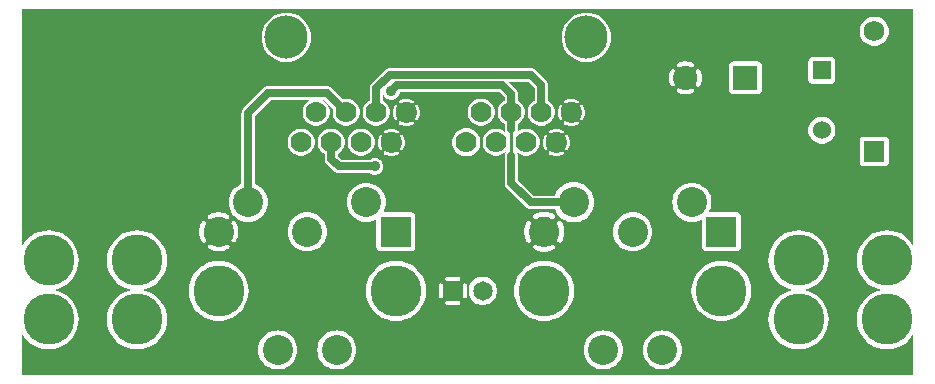
<source format=gbr>
G04 start of page 3 for group 1 idx 1 *
G04 Title: (unknown), solder *
G04 Creator: pcb 20110918 *
G04 CreationDate: Tue 30 Sep 2014 08:46:46 PM GMT UTC *
G04 For: ndholmes *
G04 Format: Gerber/RS-274X *
G04 PCB-Dimensions: 300000 125000 *
G04 PCB-Coordinate-Origin: lower left *
%MOIN*%
%FSLAX25Y25*%
%LNBOTTOM*%
%ADD54C,0.0480*%
%ADD53C,0.1280*%
%ADD52C,0.0350*%
%ADD51C,0.0380*%
%ADD50C,0.0430*%
%ADD49C,0.0730*%
%ADD48C,0.0950*%
%ADD47C,0.0510*%
%ADD46C,0.0200*%
%ADD45C,0.0360*%
%ADD44C,0.0600*%
%ADD43C,0.0680*%
%ADD42C,0.0800*%
%ADD41C,0.1440*%
%ADD40C,0.0700*%
%ADD39C,0.0650*%
%ADD38C,0.1700*%
%ADD37C,0.1000*%
%ADD36C,0.0400*%
%ADD35C,0.0250*%
%ADD34C,0.0100*%
%ADD33C,0.0001*%
G54D33*G36*
X285500Y10937D02*X286650Y10460D01*
X288181Y10093D01*
X289750Y9969D01*
X291319Y10093D01*
X292850Y10460D01*
X294304Y11062D01*
X295646Y11885D01*
X296843Y12907D01*
X297865Y14104D01*
X298500Y15140D01*
Y1500D01*
X285500D01*
Y10937D01*
G37*
G36*
Y30637D02*X286650Y30160D01*
X287942Y29850D01*
X286650Y29540D01*
X285500Y29063D01*
Y30637D01*
G37*
G36*
Y123500D02*X298500D01*
Y44560D01*
X297865Y45596D01*
X296843Y46793D01*
X295646Y47815D01*
X294304Y48638D01*
X292850Y49240D01*
X291319Y49607D01*
X289750Y49731D01*
X288181Y49607D01*
X286650Y49240D01*
X285500Y48763D01*
Y71107D01*
X289135Y71114D01*
X289365Y71169D01*
X289583Y71259D01*
X289784Y71383D01*
X289964Y71536D01*
X290117Y71716D01*
X290241Y71917D01*
X290331Y72135D01*
X290386Y72365D01*
X290400Y72600D01*
X290386Y79635D01*
X290331Y79865D01*
X290241Y80083D01*
X290117Y80284D01*
X289964Y80464D01*
X289784Y80617D01*
X289583Y80741D01*
X289365Y80831D01*
X289135Y80886D01*
X288900Y80900D01*
X285500Y80893D01*
Y111085D01*
X286269Y111145D01*
X287019Y111325D01*
X287731Y111621D01*
X288389Y112024D01*
X288976Y112524D01*
X289476Y113111D01*
X289879Y113769D01*
X290175Y114481D01*
X290355Y115231D01*
X290400Y116000D01*
X290355Y116769D01*
X290175Y117519D01*
X289879Y118231D01*
X289476Y118889D01*
X288976Y119476D01*
X288389Y119976D01*
X287731Y120379D01*
X287019Y120675D01*
X286269Y120855D01*
X285500Y120915D01*
Y123500D01*
G37*
G36*
X268000D02*X285500D01*
Y120915D01*
X284731Y120855D01*
X283981Y120675D01*
X283269Y120379D01*
X282611Y119976D01*
X282024Y119476D01*
X281524Y118889D01*
X281121Y118231D01*
X280825Y117519D01*
X280645Y116769D01*
X280585Y116000D01*
X280645Y115231D01*
X280825Y114481D01*
X281121Y113769D01*
X281524Y113111D01*
X282024Y112524D01*
X282611Y112024D01*
X283269Y111621D01*
X283981Y111325D01*
X284731Y111145D01*
X285500Y111085D01*
Y80893D01*
X281865Y80886D01*
X281635Y80831D01*
X281417Y80741D01*
X281216Y80617D01*
X281036Y80464D01*
X280883Y80284D01*
X280759Y80083D01*
X280669Y79865D01*
X280614Y79635D01*
X280600Y79400D01*
X280614Y72365D01*
X280669Y72135D01*
X280759Y71917D01*
X280883Y71716D01*
X281036Y71536D01*
X281216Y71383D01*
X281417Y71259D01*
X281635Y71169D01*
X281865Y71114D01*
X282100Y71100D01*
X285500Y71107D01*
Y48763D01*
X285196Y48638D01*
X283854Y47815D01*
X282657Y46793D01*
X281635Y45596D01*
X280812Y44254D01*
X280210Y42800D01*
X279843Y41269D01*
X279719Y39700D01*
X279843Y38131D01*
X280210Y36600D01*
X280812Y35146D01*
X281635Y33804D01*
X282657Y32607D01*
X283854Y31585D01*
X285196Y30762D01*
X285500Y30637D01*
Y29063D01*
X285196Y28938D01*
X283854Y28115D01*
X282657Y27093D01*
X281635Y25896D01*
X280812Y24554D01*
X280210Y23100D01*
X279843Y21569D01*
X279719Y20000D01*
X279843Y18431D01*
X280210Y16900D01*
X280812Y15446D01*
X281635Y14104D01*
X282657Y12907D01*
X283854Y11885D01*
X285196Y11062D01*
X285500Y10937D01*
Y1500D01*
X268000D01*
Y13677D01*
X268365Y14104D01*
X269188Y15446D01*
X269790Y16900D01*
X270157Y18431D01*
X270250Y20000D01*
X270157Y21569D01*
X269790Y23100D01*
X269188Y24554D01*
X268365Y25896D01*
X268000Y26323D01*
Y33377D01*
X268365Y33804D01*
X269188Y35146D01*
X269790Y36600D01*
X270157Y38131D01*
X270250Y39700D01*
X270157Y41269D01*
X269790Y42800D01*
X269188Y44254D01*
X268365Y45596D01*
X268000Y46023D01*
Y78486D01*
X268706Y78542D01*
X269395Y78707D01*
X270049Y78978D01*
X270653Y79348D01*
X271192Y79808D01*
X271652Y80347D01*
X272022Y80951D01*
X272293Y81605D01*
X272458Y82294D01*
X272500Y83000D01*
X272458Y83706D01*
X272293Y84395D01*
X272022Y85049D01*
X271652Y85653D01*
X271192Y86192D01*
X270653Y86652D01*
X270049Y87022D01*
X269395Y87293D01*
X268706Y87458D01*
X268000Y87514D01*
Y98507D01*
X271235Y98514D01*
X271465Y98569D01*
X271683Y98659D01*
X271884Y98783D01*
X272064Y98936D01*
X272217Y99116D01*
X272341Y99317D01*
X272431Y99535D01*
X272486Y99765D01*
X272500Y100000D01*
X272486Y106235D01*
X272431Y106465D01*
X272341Y106683D01*
X272217Y106884D01*
X272064Y107064D01*
X271884Y107217D01*
X271683Y107341D01*
X271465Y107431D01*
X271235Y107486D01*
X271000Y107500D01*
X268000Y107493D01*
Y123500D01*
G37*
G36*
Y26323D02*X267343Y27093D01*
X266146Y28115D01*
X264804Y28938D01*
X263350Y29540D01*
X262058Y29850D01*
X263350Y30160D01*
X264804Y30762D01*
X266146Y31585D01*
X267343Y32607D01*
X268000Y33377D01*
Y26323D01*
G37*
G36*
Y1500D02*X260235D01*
Y9970D01*
X260250Y9969D01*
X261819Y10093D01*
X263350Y10460D01*
X264804Y11062D01*
X266146Y11885D01*
X267343Y12907D01*
X268000Y13677D01*
Y1500D01*
G37*
G36*
X260235Y123500D02*X268000D01*
Y107493D01*
X264765Y107486D01*
X264535Y107431D01*
X264317Y107341D01*
X264116Y107217D01*
X263936Y107064D01*
X263783Y106884D01*
X263659Y106683D01*
X263569Y106465D01*
X263514Y106235D01*
X263500Y106000D01*
X263514Y99765D01*
X263569Y99535D01*
X263659Y99317D01*
X263783Y99116D01*
X263936Y98936D01*
X264116Y98783D01*
X264317Y98659D01*
X264535Y98569D01*
X264765Y98514D01*
X265000Y98500D01*
X268000Y98507D01*
Y87514D01*
X267294Y87458D01*
X266605Y87293D01*
X265951Y87022D01*
X265347Y86652D01*
X264808Y86192D01*
X264348Y85653D01*
X263978Y85049D01*
X263707Y84395D01*
X263542Y83706D01*
X263486Y83000D01*
X263542Y82294D01*
X263707Y81605D01*
X263978Y80951D01*
X264348Y80347D01*
X264808Y79808D01*
X265347Y79348D01*
X265951Y78978D01*
X266605Y78707D01*
X267294Y78542D01*
X268000Y78486D01*
Y46023D01*
X267343Y46793D01*
X266146Y47815D01*
X264804Y48638D01*
X263350Y49240D01*
X261819Y49607D01*
X260250Y49731D01*
X260235Y49730D01*
Y123500D01*
G37*
G36*
X242500D02*X260235D01*
Y49730D01*
X258681Y49607D01*
X257150Y49240D01*
X255696Y48638D01*
X254354Y47815D01*
X253157Y46793D01*
X252135Y45596D01*
X251312Y44254D01*
X250710Y42800D01*
X250343Y41269D01*
X250219Y39700D01*
X250343Y38131D01*
X250710Y36600D01*
X251312Y35146D01*
X252135Y33804D01*
X253157Y32607D01*
X254354Y31585D01*
X255696Y30762D01*
X257150Y30160D01*
X258442Y29850D01*
X257150Y29540D01*
X255696Y28938D01*
X254354Y28115D01*
X253157Y27093D01*
X252135Y25896D01*
X251312Y24554D01*
X250710Y23100D01*
X250343Y21569D01*
X250219Y20000D01*
X250343Y18431D01*
X250710Y16900D01*
X251312Y15446D01*
X252135Y14104D01*
X253157Y12907D01*
X254354Y11885D01*
X255696Y11062D01*
X257150Y10460D01*
X258681Y10093D01*
X260235Y9970D01*
Y1500D01*
X242500D01*
Y23411D01*
X242665Y23604D01*
X243488Y24946D01*
X244090Y26400D01*
X244457Y27931D01*
X244550Y29500D01*
X244457Y31069D01*
X244090Y32600D01*
X243488Y34054D01*
X242665Y35396D01*
X242500Y35589D01*
Y95007D01*
X246735Y95014D01*
X246965Y95069D01*
X247183Y95159D01*
X247384Y95283D01*
X247564Y95436D01*
X247717Y95616D01*
X247841Y95817D01*
X247931Y96035D01*
X247986Y96265D01*
X248000Y96500D01*
X247986Y104735D01*
X247931Y104965D01*
X247841Y105183D01*
X247717Y105384D01*
X247564Y105564D01*
X247384Y105717D01*
X247183Y105841D01*
X246965Y105931D01*
X246735Y105986D01*
X246500Y106000D01*
X242500Y105993D01*
Y123500D01*
G37*
G36*
Y1500D02*X234535D01*
Y19470D01*
X234550Y19469D01*
X236119Y19593D01*
X237650Y19960D01*
X239104Y20562D01*
X240446Y21385D01*
X241643Y22407D01*
X242500Y23411D01*
Y1500D01*
G37*
G36*
X234535Y123500D02*X242500D01*
Y105993D01*
X238265Y105986D01*
X238035Y105931D01*
X237817Y105841D01*
X237616Y105717D01*
X237436Y105564D01*
X237283Y105384D01*
X237159Y105183D01*
X237069Y104965D01*
X237014Y104735D01*
X237000Y104500D01*
X237014Y96265D01*
X237069Y96035D01*
X237159Y95817D01*
X237283Y95616D01*
X237436Y95436D01*
X237616Y95283D01*
X237817Y95159D01*
X238035Y95069D01*
X238265Y95014D01*
X238500Y95000D01*
X242500Y95007D01*
Y35589D01*
X241643Y36593D01*
X240446Y37615D01*
X239104Y38438D01*
X237650Y39040D01*
X236119Y39407D01*
X234550Y39531D01*
X234535Y39530D01*
Y42707D01*
X239785Y42714D01*
X240015Y42769D01*
X240233Y42859D01*
X240434Y42983D01*
X240614Y43136D01*
X240767Y43316D01*
X240891Y43517D01*
X240981Y43735D01*
X241036Y43965D01*
X241050Y44200D01*
X241036Y54435D01*
X240981Y54665D01*
X240891Y54883D01*
X240767Y55084D01*
X240614Y55264D01*
X240434Y55417D01*
X240233Y55541D01*
X240015Y55631D01*
X239785Y55686D01*
X239550Y55700D01*
X234535Y55693D01*
Y123500D01*
G37*
G36*
X222502Y52875D02*X222685Y52799D01*
X223680Y52560D01*
X224700Y52480D01*
X225720Y52560D01*
X226715Y52799D01*
X227660Y53191D01*
X228051Y53430D01*
X228064Y43965D01*
X228119Y43735D01*
X228209Y43517D01*
X228333Y43316D01*
X228486Y43136D01*
X228666Y42983D01*
X228867Y42859D01*
X229085Y42769D01*
X229315Y42714D01*
X229550Y42700D01*
X234535Y42707D01*
Y39530D01*
X232981Y39407D01*
X231450Y39040D01*
X229996Y38438D01*
X228654Y37615D01*
X227457Y36593D01*
X226435Y35396D01*
X225612Y34054D01*
X225010Y32600D01*
X224643Y31069D01*
X224519Y29500D01*
X224643Y27931D01*
X225010Y26400D01*
X225612Y24946D01*
X226435Y23604D01*
X227457Y22407D01*
X228654Y21385D01*
X229996Y20562D01*
X231450Y19960D01*
X232981Y19593D01*
X234535Y19470D01*
Y1500D01*
X222502D01*
Y52875D01*
G37*
G36*
X226993Y123500D02*X234535D01*
Y55693D01*
X230293Y55687D01*
X230509Y56040D01*
X230901Y56985D01*
X231140Y57980D01*
X231200Y59000D01*
X231140Y60020D01*
X230901Y61015D01*
X230509Y61960D01*
X229975Y62832D01*
X229310Y63610D01*
X228532Y64275D01*
X227660Y64809D01*
X226993Y65086D01*
Y97645D01*
X227078Y97681D01*
X227179Y97743D01*
X227269Y97819D01*
X227345Y97909D01*
X227405Y98011D01*
X227622Y98480D01*
X227789Y98969D01*
X227909Y99472D01*
X227982Y99984D01*
X228006Y100500D01*
X227982Y101016D01*
X227909Y101528D01*
X227789Y102031D01*
X227622Y102520D01*
X227410Y102992D01*
X227349Y103093D01*
X227272Y103184D01*
X227182Y103261D01*
X227080Y103323D01*
X226993Y103360D01*
Y123500D01*
G37*
G36*
X222502D02*X226993D01*
Y103360D01*
X226971Y103369D01*
X226855Y103397D01*
X226737Y103406D01*
X226619Y103397D01*
X226503Y103370D01*
X226393Y103324D01*
X226292Y103262D01*
X226202Y103186D01*
X226124Y103095D01*
X226062Y102994D01*
X226016Y102885D01*
X225989Y102769D01*
X225979Y102651D01*
X225988Y102532D01*
X226016Y102417D01*
X226063Y102308D01*
X226221Y101968D01*
X226342Y101612D01*
X226430Y101247D01*
X226482Y100875D01*
X226500Y100500D01*
X226482Y100125D01*
X226430Y99753D01*
X226342Y99388D01*
X226221Y99032D01*
X226067Y98690D01*
X226020Y98582D01*
X225993Y98467D01*
X225983Y98349D01*
X225993Y98232D01*
X226021Y98117D01*
X226066Y98008D01*
X226128Y97907D01*
X226205Y97818D01*
X226295Y97741D01*
X226395Y97680D01*
X226504Y97635D01*
X226619Y97607D01*
X226737Y97598D01*
X226855Y97608D01*
X226969Y97635D01*
X226993Y97645D01*
Y65086D01*
X226715Y65201D01*
X225720Y65440D01*
X224700Y65520D01*
X223680Y65440D01*
X222685Y65201D01*
X222502Y65125D01*
Y94994D01*
X223016Y95018D01*
X223528Y95091D01*
X224031Y95211D01*
X224520Y95378D01*
X224992Y95590D01*
X225093Y95651D01*
X225184Y95728D01*
X225261Y95818D01*
X225323Y95920D01*
X225369Y96029D01*
X225397Y96145D01*
X225406Y96263D01*
X225397Y96381D01*
X225370Y96497D01*
X225324Y96607D01*
X225262Y96708D01*
X225186Y96798D01*
X225095Y96876D01*
X224994Y96938D01*
X224885Y96984D01*
X224769Y97011D01*
X224651Y97021D01*
X224532Y97012D01*
X224417Y96984D01*
X224308Y96937D01*
X223968Y96779D01*
X223612Y96658D01*
X223247Y96570D01*
X222875Y96518D01*
X222502Y96500D01*
Y104500D01*
X222875Y104482D01*
X223247Y104430D01*
X223612Y104342D01*
X223968Y104221D01*
X224310Y104067D01*
X224418Y104020D01*
X224533Y103993D01*
X224651Y103983D01*
X224768Y103993D01*
X224883Y104021D01*
X224992Y104066D01*
X225093Y104128D01*
X225182Y104205D01*
X225259Y104295D01*
X225320Y104395D01*
X225365Y104504D01*
X225393Y104619D01*
X225402Y104737D01*
X225392Y104855D01*
X225365Y104969D01*
X225319Y105078D01*
X225257Y105179D01*
X225181Y105269D01*
X225091Y105345D01*
X224989Y105405D01*
X224520Y105622D01*
X224031Y105789D01*
X223528Y105909D01*
X223016Y105982D01*
X222502Y106006D01*
Y123500D01*
G37*
G36*
X218007D02*X222502D01*
Y106006D01*
X222500Y106006D01*
X221984Y105982D01*
X221472Y105909D01*
X220969Y105789D01*
X220480Y105622D01*
X220008Y105410D01*
X219907Y105349D01*
X219816Y105272D01*
X219739Y105182D01*
X219677Y105080D01*
X219631Y104971D01*
X219603Y104855D01*
X219594Y104737D01*
X219603Y104619D01*
X219630Y104503D01*
X219676Y104393D01*
X219738Y104292D01*
X219814Y104202D01*
X219905Y104124D01*
X220006Y104062D01*
X220115Y104016D01*
X220231Y103989D01*
X220349Y103979D01*
X220468Y103988D01*
X220583Y104016D01*
X220692Y104063D01*
X221032Y104221D01*
X221388Y104342D01*
X221753Y104430D01*
X222125Y104482D01*
X222500Y104500D01*
X222502Y104500D01*
Y96500D01*
X222500Y96500D01*
X222125Y96518D01*
X221753Y96570D01*
X221388Y96658D01*
X221032Y96779D01*
X220690Y96933D01*
X220582Y96980D01*
X220467Y97007D01*
X220349Y97017D01*
X220232Y97007D01*
X220117Y96979D01*
X220008Y96934D01*
X219907Y96872D01*
X219818Y96795D01*
X219741Y96705D01*
X219680Y96605D01*
X219635Y96496D01*
X219607Y96381D01*
X219598Y96263D01*
X219608Y96145D01*
X219635Y96031D01*
X219681Y95922D01*
X219743Y95821D01*
X219819Y95731D01*
X219909Y95655D01*
X220011Y95595D01*
X220480Y95378D01*
X220969Y95211D01*
X221472Y95091D01*
X221984Y95018D01*
X222500Y94994D01*
X222502Y94994D01*
Y65125D01*
X221740Y64809D01*
X220868Y64275D01*
X220090Y63610D01*
X219425Y62832D01*
X218891Y61960D01*
X218499Y61015D01*
X218260Y60020D01*
X218180Y59000D01*
X218260Y57980D01*
X218499Y56985D01*
X218891Y56040D01*
X219425Y55168D01*
X220090Y54390D01*
X220868Y53725D01*
X221740Y53191D01*
X222502Y52875D01*
Y1500D01*
X218007D01*
Y4112D01*
X218682Y4525D01*
X219460Y5190D01*
X220125Y5968D01*
X220659Y6840D01*
X221051Y7785D01*
X221290Y8780D01*
X221350Y9800D01*
X221290Y10820D01*
X221051Y11815D01*
X220659Y12760D01*
X220125Y13632D01*
X219460Y14410D01*
X218682Y15075D01*
X218007Y15488D01*
Y97640D01*
X218029Y97631D01*
X218145Y97603D01*
X218263Y97594D01*
X218381Y97603D01*
X218497Y97630D01*
X218607Y97676D01*
X218708Y97738D01*
X218798Y97814D01*
X218876Y97905D01*
X218938Y98006D01*
X218984Y98115D01*
X219011Y98231D01*
X219021Y98349D01*
X219012Y98468D01*
X218984Y98583D01*
X218937Y98692D01*
X218779Y99032D01*
X218658Y99388D01*
X218570Y99753D01*
X218518Y100125D01*
X218500Y100500D01*
X218518Y100875D01*
X218570Y101247D01*
X218658Y101612D01*
X218779Y101968D01*
X218933Y102310D01*
X218980Y102418D01*
X219007Y102533D01*
X219017Y102651D01*
X219007Y102768D01*
X218979Y102883D01*
X218934Y102992D01*
X218872Y103093D01*
X218795Y103182D01*
X218705Y103259D01*
X218605Y103320D01*
X218496Y103365D01*
X218381Y103393D01*
X218263Y103402D01*
X218145Y103392D01*
X218031Y103365D01*
X218007Y103355D01*
Y123500D01*
G37*
G36*
Y1500D02*X214840D01*
Y3281D01*
X214850Y3280D01*
X215870Y3360D01*
X216865Y3599D01*
X217810Y3991D01*
X218007Y4112D01*
Y1500D01*
G37*
G36*
X214840Y123500D02*X218007D01*
Y103355D01*
X217922Y103319D01*
X217821Y103257D01*
X217731Y103181D01*
X217655Y103091D01*
X217595Y102989D01*
X217378Y102520D01*
X217211Y102031D01*
X217091Y101528D01*
X217018Y101016D01*
X216994Y100500D01*
X217018Y99984D01*
X217091Y99472D01*
X217211Y98969D01*
X217378Y98480D01*
X217590Y98008D01*
X217651Y97907D01*
X217728Y97816D01*
X217818Y97739D01*
X217920Y97677D01*
X218007Y97640D01*
Y15488D01*
X217810Y15609D01*
X216865Y16001D01*
X215870Y16240D01*
X214850Y16320D01*
X214840Y16319D01*
Y123500D01*
G37*
G36*
X204990D02*X214840D01*
Y16319D01*
X213830Y16240D01*
X212835Y16001D01*
X211890Y15609D01*
X211018Y15075D01*
X210240Y14410D01*
X209575Y13632D01*
X209041Y12760D01*
X208649Y11815D01*
X208410Y10820D01*
X208330Y9800D01*
X208410Y8780D01*
X208649Y7785D01*
X209041Y6840D01*
X209575Y5968D01*
X210240Y5190D01*
X211018Y4525D01*
X211890Y3991D01*
X212835Y3599D01*
X213830Y3360D01*
X214840Y3281D01*
Y1500D01*
X204990D01*
Y42681D01*
X205000Y42680D01*
X206020Y42760D01*
X207015Y42999D01*
X207960Y43391D01*
X208832Y43925D01*
X209610Y44590D01*
X210275Y45368D01*
X210809Y46240D01*
X211201Y47185D01*
X211440Y48180D01*
X211500Y49200D01*
X211440Y50220D01*
X211201Y51215D01*
X210809Y52160D01*
X210275Y53032D01*
X209610Y53810D01*
X208832Y54475D01*
X207960Y55009D01*
X207015Y55401D01*
X206020Y55640D01*
X205000Y55720D01*
X204990Y55719D01*
Y123500D01*
G37*
G36*
X195140D02*X204990D01*
Y55719D01*
X203980Y55640D01*
X202985Y55401D01*
X202040Y55009D01*
X201168Y54475D01*
X200390Y53810D01*
X199725Y53032D01*
X199191Y52160D01*
X198799Y51215D01*
X198560Y50220D01*
X198480Y49200D01*
X198560Y48180D01*
X198799Y47185D01*
X199191Y46240D01*
X199725Y45368D01*
X200390Y44590D01*
X201168Y43925D01*
X202040Y43391D01*
X202985Y42999D01*
X203980Y42760D01*
X204990Y42681D01*
Y1500D01*
X195140D01*
Y3281D01*
X195150Y3280D01*
X196170Y3360D01*
X197165Y3599D01*
X198110Y3991D01*
X198982Y4525D01*
X199760Y5190D01*
X200425Y5968D01*
X200959Y6840D01*
X201351Y7785D01*
X201590Y8780D01*
X201650Y9800D01*
X201590Y10820D01*
X201351Y11815D01*
X200959Y12760D01*
X200425Y13632D01*
X199760Y14410D01*
X198982Y15075D01*
X198110Y15609D01*
X197165Y16001D01*
X196170Y16240D01*
X195150Y16320D01*
X195140Y16319D01*
Y108033D01*
X195316Y108184D01*
X196154Y109165D01*
X196829Y110266D01*
X197323Y111458D01*
X197624Y112713D01*
X197700Y114000D01*
X197624Y115287D01*
X197323Y116542D01*
X196829Y117734D01*
X196154Y118835D01*
X195316Y119816D01*
X195140Y119967D01*
Y123500D01*
G37*
G36*
X188220Y105875D02*X189500Y105775D01*
X190787Y105876D01*
X192042Y106177D01*
X193234Y106671D01*
X194335Y107346D01*
X195140Y108033D01*
Y16319D01*
X194130Y16240D01*
X193135Y16001D01*
X192190Y15609D01*
X191318Y15075D01*
X190540Y14410D01*
X189875Y13632D01*
X189341Y12760D01*
X188949Y11815D01*
X188710Y10820D01*
X188630Y9800D01*
X188710Y8780D01*
X188949Y7785D01*
X189341Y6840D01*
X189875Y5968D01*
X190540Y5190D01*
X191318Y4525D01*
X192190Y3991D01*
X193135Y3599D01*
X194130Y3360D01*
X195140Y3281D01*
Y1500D01*
X188220D01*
Y52958D01*
X188351Y53012D01*
X189250Y53563D01*
X190052Y54248D01*
X190737Y55050D01*
X191288Y55949D01*
X191692Y56923D01*
X191938Y57949D01*
X192000Y59000D01*
X191938Y60051D01*
X191692Y61077D01*
X191288Y62051D01*
X190737Y62950D01*
X190052Y63752D01*
X189250Y64437D01*
X188351Y64988D01*
X188220Y65042D01*
Y86544D01*
X188271Y86583D01*
X188326Y86639D01*
X188370Y86704D01*
X188564Y87056D01*
X188721Y87426D01*
X188844Y87809D01*
X188933Y88200D01*
X188987Y88599D01*
X189004Y89000D01*
X188987Y89401D01*
X188933Y89800D01*
X188844Y90191D01*
X188721Y90574D01*
X188564Y90944D01*
X188374Y91298D01*
X188329Y91363D01*
X188274Y91420D01*
X188220Y91460D01*
Y105875D01*
G37*
G36*
Y1500D02*X183220D01*
Y23200D01*
X183565Y23604D01*
X184388Y24946D01*
X184990Y26400D01*
X185357Y27931D01*
X185450Y29500D01*
X185357Y31069D01*
X184990Y32600D01*
X184388Y34054D01*
X183565Y35396D01*
X183220Y35800D01*
Y52609D01*
X183223Y52608D01*
X184249Y52362D01*
X185300Y52279D01*
X186351Y52362D01*
X187377Y52608D01*
X188220Y52958D01*
Y1500D01*
G37*
G36*
X183220Y108726D02*X183684Y108184D01*
X184665Y107346D01*
X185766Y106671D01*
X186958Y106177D01*
X188213Y105876D01*
X188220Y105875D01*
Y91460D01*
X188210Y91468D01*
X188140Y91504D01*
X188065Y91530D01*
X187987Y91544D01*
X187908Y91545D01*
X187829Y91533D01*
X187754Y91510D01*
X187683Y91475D01*
X187618Y91429D01*
X187561Y91374D01*
X187513Y91311D01*
X187476Y91241D01*
X187451Y91166D01*
X187437Y91088D01*
X187436Y91008D01*
X187448Y90930D01*
X187471Y90854D01*
X187507Y90784D01*
X187657Y90510D01*
X187779Y90223D01*
X187875Y89926D01*
X187944Y89621D01*
X187986Y89312D01*
X188000Y89000D01*
X187986Y88688D01*
X187944Y88379D01*
X187875Y88074D01*
X187779Y87777D01*
X187657Y87490D01*
X187510Y87214D01*
X187474Y87145D01*
X187451Y87069D01*
X187440Y86991D01*
X187441Y86913D01*
X187454Y86835D01*
X187480Y86761D01*
X187516Y86691D01*
X187564Y86628D01*
X187620Y86573D01*
X187684Y86528D01*
X187755Y86493D01*
X187830Y86470D01*
X187908Y86459D01*
X187987Y86460D01*
X188064Y86473D01*
X188139Y86499D01*
X188208Y86535D01*
X188220Y86544D01*
Y65042D01*
X187377Y65392D01*
X186351Y65638D01*
X185300Y65721D01*
X184249Y65638D01*
X183223Y65392D01*
X183220Y65391D01*
Y76544D01*
X183271Y76583D01*
X183326Y76639D01*
X183370Y76704D01*
X183564Y77056D01*
X183721Y77426D01*
X183844Y77809D01*
X183933Y78200D01*
X183987Y78599D01*
X184004Y79000D01*
X183987Y79401D01*
X183933Y79800D01*
X183844Y80191D01*
X183721Y80574D01*
X183564Y80944D01*
X183374Y81298D01*
X183329Y81363D01*
X183274Y81420D01*
X183220Y81460D01*
Y84684D01*
X183309Y84656D01*
X183700Y84567D01*
X184099Y84513D01*
X184500Y84496D01*
X184901Y84513D01*
X185300Y84567D01*
X185691Y84656D01*
X186074Y84779D01*
X186444Y84936D01*
X186798Y85126D01*
X186863Y85171D01*
X186920Y85226D01*
X186968Y85290D01*
X187004Y85360D01*
X187030Y85435D01*
X187044Y85513D01*
X187045Y85592D01*
X187033Y85671D01*
X187010Y85746D01*
X186975Y85817D01*
X186929Y85882D01*
X186874Y85939D01*
X186811Y85987D01*
X186741Y86024D01*
X186666Y86049D01*
X186588Y86063D01*
X186508Y86064D01*
X186430Y86052D01*
X186354Y86029D01*
X186284Y85993D01*
X186010Y85843D01*
X185723Y85721D01*
X185426Y85625D01*
X185121Y85556D01*
X184812Y85514D01*
X184500Y85500D01*
X184188Y85514D01*
X183879Y85556D01*
X183574Y85625D01*
X183277Y85721D01*
X183220Y85745D01*
Y92255D01*
X183277Y92279D01*
X183574Y92375D01*
X183879Y92444D01*
X184188Y92486D01*
X184500Y92500D01*
X184812Y92486D01*
X185121Y92444D01*
X185426Y92375D01*
X185723Y92279D01*
X186010Y92157D01*
X186286Y92010D01*
X186355Y91974D01*
X186431Y91951D01*
X186509Y91940D01*
X186587Y91941D01*
X186665Y91954D01*
X186739Y91980D01*
X186809Y92016D01*
X186872Y92064D01*
X186927Y92120D01*
X186972Y92184D01*
X187007Y92255D01*
X187030Y92330D01*
X187041Y92408D01*
X187040Y92487D01*
X187027Y92564D01*
X187001Y92639D01*
X186965Y92708D01*
X186917Y92771D01*
X186861Y92826D01*
X186796Y92870D01*
X186444Y93064D01*
X186074Y93221D01*
X185691Y93344D01*
X185300Y93433D01*
X184901Y93487D01*
X184500Y93504D01*
X184099Y93487D01*
X183700Y93433D01*
X183309Y93344D01*
X183220Y93316D01*
Y108726D01*
G37*
G36*
Y123500D02*X195140D01*
Y119967D01*
X194335Y120654D01*
X193234Y121329D01*
X192042Y121823D01*
X190787Y122124D01*
X189500Y122225D01*
X188213Y122124D01*
X186958Y121823D01*
X185766Y121329D01*
X184665Y120654D01*
X183684Y119816D01*
X183220Y119274D01*
Y123500D01*
G37*
G36*
Y35800D02*X182543Y36593D01*
X181346Y37615D01*
X180945Y37861D01*
Y45645D01*
X180967Y45654D01*
X181083Y45721D01*
X181187Y45805D01*
X181276Y45905D01*
X181346Y46018D01*
X181615Y46558D01*
X181827Y47123D01*
X181988Y47704D01*
X182096Y48298D01*
X182150Y48898D01*
Y49502D01*
X182096Y50102D01*
X181988Y50696D01*
X181827Y51277D01*
X181615Y51842D01*
X181352Y52385D01*
X181280Y52498D01*
X181190Y52599D01*
X181086Y52683D01*
X180970Y52751D01*
X180945Y52760D01*
Y53908D01*
X181350Y53563D01*
X182249Y53012D01*
X183220Y52609D01*
Y35800D01*
G37*
G36*
Y1500D02*X180945D01*
Y21139D01*
X181346Y21385D01*
X182543Y22407D01*
X183220Y23200D01*
Y1500D01*
G37*
G36*
X180945Y123500D02*X183220D01*
Y119274D01*
X182846Y118835D01*
X182171Y117734D01*
X181677Y116542D01*
X181376Y115287D01*
X181275Y114000D01*
X181376Y112713D01*
X181677Y111458D01*
X182171Y110266D01*
X182846Y109165D01*
X183220Y108726D01*
Y93316D01*
X182926Y93221D01*
X182556Y93064D01*
X182202Y92874D01*
X182137Y92829D01*
X182080Y92774D01*
X182032Y92710D01*
X181996Y92640D01*
X181970Y92565D01*
X181956Y92487D01*
X181955Y92408D01*
X181967Y92329D01*
X181990Y92254D01*
X182025Y92183D01*
X182071Y92118D01*
X182126Y92061D01*
X182189Y92013D01*
X182259Y91976D01*
X182334Y91951D01*
X182412Y91937D01*
X182492Y91936D01*
X182570Y91948D01*
X182646Y91971D01*
X182716Y92007D01*
X182990Y92157D01*
X183220Y92255D01*
Y85745D01*
X182990Y85843D01*
X182714Y85990D01*
X182645Y86026D01*
X182569Y86049D01*
X182491Y86060D01*
X182413Y86059D01*
X182335Y86046D01*
X182261Y86020D01*
X182191Y85984D01*
X182128Y85936D01*
X182073Y85880D01*
X182028Y85816D01*
X181993Y85745D01*
X181970Y85670D01*
X181959Y85592D01*
X181960Y85513D01*
X181973Y85436D01*
X181999Y85361D01*
X182035Y85292D01*
X182083Y85229D01*
X182139Y85174D01*
X182204Y85130D01*
X182556Y84936D01*
X182926Y84779D01*
X183220Y84684D01*
Y81460D01*
X183210Y81468D01*
X183140Y81504D01*
X183065Y81530D01*
X182987Y81544D01*
X182908Y81545D01*
X182829Y81533D01*
X182754Y81510D01*
X182683Y81475D01*
X182618Y81429D01*
X182561Y81374D01*
X182513Y81311D01*
X182476Y81241D01*
X182451Y81166D01*
X182437Y81088D01*
X182436Y81008D01*
X182448Y80930D01*
X182471Y80854D01*
X182507Y80784D01*
X182657Y80510D01*
X182779Y80223D01*
X182875Y79926D01*
X182944Y79621D01*
X182986Y79312D01*
X183000Y79000D01*
X182986Y78688D01*
X182944Y78379D01*
X182875Y78074D01*
X182779Y77777D01*
X182657Y77490D01*
X182510Y77214D01*
X182474Y77145D01*
X182451Y77069D01*
X182440Y76991D01*
X182441Y76913D01*
X182454Y76835D01*
X182480Y76761D01*
X182516Y76691D01*
X182564Y76628D01*
X182620Y76573D01*
X182684Y76528D01*
X182755Y76493D01*
X182830Y76470D01*
X182908Y76459D01*
X182987Y76460D01*
X183064Y76473D01*
X183139Y76499D01*
X183208Y76535D01*
X183220Y76544D01*
Y65391D01*
X182249Y64988D01*
X181350Y64437D01*
X180945Y64092D01*
Y74738D01*
X181074Y74779D01*
X181444Y74936D01*
X181798Y75126D01*
X181863Y75171D01*
X181920Y75226D01*
X181968Y75290D01*
X182004Y75360D01*
X182030Y75435D01*
X182044Y75513D01*
X182045Y75592D01*
X182033Y75671D01*
X182010Y75746D01*
X181975Y75817D01*
X181929Y75882D01*
X181874Y75939D01*
X181811Y75987D01*
X181741Y76024D01*
X181666Y76049D01*
X181588Y76063D01*
X181508Y76064D01*
X181430Y76052D01*
X181354Y76029D01*
X181284Y75993D01*
X181010Y75843D01*
X180945Y75815D01*
Y82185D01*
X181010Y82157D01*
X181286Y82010D01*
X181355Y81974D01*
X181431Y81951D01*
X181509Y81940D01*
X181587Y81941D01*
X181665Y81954D01*
X181739Y81980D01*
X181809Y82016D01*
X181872Y82064D01*
X181927Y82120D01*
X181972Y82184D01*
X182007Y82255D01*
X182030Y82330D01*
X182041Y82408D01*
X182040Y82487D01*
X182027Y82564D01*
X182001Y82639D01*
X181965Y82708D01*
X181917Y82771D01*
X181861Y82826D01*
X181796Y82870D01*
X181444Y83064D01*
X181074Y83221D01*
X180945Y83262D01*
Y86468D01*
X181013Y86456D01*
X181092Y86455D01*
X181171Y86467D01*
X181246Y86490D01*
X181317Y86525D01*
X181382Y86571D01*
X181439Y86626D01*
X181487Y86689D01*
X181524Y86759D01*
X181549Y86834D01*
X181563Y86912D01*
X181564Y86992D01*
X181552Y87070D01*
X181529Y87146D01*
X181493Y87216D01*
X181343Y87490D01*
X181221Y87777D01*
X181125Y88074D01*
X181056Y88379D01*
X181014Y88688D01*
X181000Y89000D01*
X181014Y89312D01*
X181056Y89621D01*
X181125Y89926D01*
X181221Y90223D01*
X181343Y90510D01*
X181490Y90786D01*
X181526Y90855D01*
X181549Y90931D01*
X181560Y91009D01*
X181559Y91087D01*
X181546Y91165D01*
X181520Y91239D01*
X181484Y91309D01*
X181436Y91372D01*
X181380Y91427D01*
X181316Y91472D01*
X181245Y91507D01*
X181170Y91530D01*
X181092Y91541D01*
X181013Y91540D01*
X180945Y91528D01*
Y123500D01*
G37*
G36*
Y37861D02*X180004Y38438D01*
X178550Y39040D01*
X177019Y39407D01*
X175453Y39531D01*
Y42500D01*
X175752D01*
X176352Y42554D01*
X176946Y42662D01*
X177527Y42823D01*
X178092Y43035D01*
X178635Y43298D01*
X178748Y43370D01*
X178848Y43460D01*
X178933Y43564D01*
X179001Y43680D01*
X179050Y43806D01*
X179078Y43937D01*
X179085Y44072D01*
X179072Y44206D01*
X179037Y44336D01*
X178983Y44459D01*
X178910Y44572D01*
X178820Y44672D01*
X178716Y44757D01*
X178599Y44825D01*
X178474Y44873D01*
X178342Y44902D01*
X178208Y44909D01*
X178074Y44895D01*
X177944Y44861D01*
X177822Y44804D01*
X177419Y44604D01*
X176998Y44446D01*
X176565Y44326D01*
X176123Y44245D01*
X175675Y44205D01*
X175453D01*
Y54195D01*
X175675D01*
X176123Y54155D01*
X176565Y54074D01*
X176998Y53954D01*
X177419Y53796D01*
X177824Y53600D01*
X177945Y53544D01*
X178075Y53510D01*
X178208Y53496D01*
X178341Y53503D01*
X178472Y53532D01*
X178597Y53580D01*
X178713Y53647D01*
X178816Y53731D01*
X178906Y53831D01*
X178978Y53944D01*
X179032Y54066D01*
X179067Y54195D01*
X179080Y54328D01*
X179073Y54462D01*
X179045Y54593D01*
X178996Y54717D01*
X178929Y54833D01*
X178845Y54937D01*
X178745Y55026D01*
X178632Y55096D01*
X178092Y55365D01*
X177527Y55577D01*
X176946Y55738D01*
X176352Y55846D01*
X175752Y55900D01*
X175453D01*
Y56750D01*
X178980D01*
X179312Y55949D01*
X179863Y55050D01*
X180548Y54248D01*
X180945Y53908D01*
Y52760D01*
X180844Y52800D01*
X180713Y52828D01*
X180578Y52835D01*
X180444Y52822D01*
X180314Y52787D01*
X180191Y52733D01*
X180078Y52660D01*
X179978Y52570D01*
X179893Y52466D01*
X179825Y52349D01*
X179777Y52224D01*
X179748Y52092D01*
X179741Y51958D01*
X179755Y51824D01*
X179789Y51694D01*
X179846Y51572D01*
X180046Y51169D01*
X180204Y50748D01*
X180324Y50315D01*
X180405Y49873D01*
X180445Y49425D01*
Y48975D01*
X180405Y48527D01*
X180324Y48085D01*
X180204Y47652D01*
X180046Y47231D01*
X179850Y46826D01*
X179794Y46705D01*
X179760Y46575D01*
X179746Y46442D01*
X179753Y46309D01*
X179782Y46178D01*
X179830Y46053D01*
X179897Y45937D01*
X179981Y45834D01*
X180081Y45744D01*
X180194Y45672D01*
X180316Y45618D01*
X180445Y45583D01*
X180578Y45570D01*
X180712Y45577D01*
X180843Y45605D01*
X180945Y45645D01*
Y37861D01*
G37*
G36*
Y1500D02*X175453D01*
Y19469D01*
X177019Y19593D01*
X178550Y19960D01*
X180004Y20562D01*
X180945Y21139D01*
Y1500D01*
G37*
G36*
X175453Y123500D02*X180945D01*
Y91528D01*
X180936Y91527D01*
X180861Y91501D01*
X180792Y91465D01*
X180729Y91417D01*
X180674Y91361D01*
X180630Y91296D01*
X180436Y90944D01*
X180279Y90574D01*
X180156Y90191D01*
X180067Y89800D01*
X180013Y89401D01*
X179996Y89000D01*
X180013Y88599D01*
X180067Y88200D01*
X180156Y87809D01*
X180279Y87426D01*
X180436Y87056D01*
X180626Y86702D01*
X180671Y86637D01*
X180726Y86580D01*
X180790Y86532D01*
X180860Y86496D01*
X180935Y86470D01*
X180945Y86468D01*
Y83262D01*
X180691Y83344D01*
X180300Y83433D01*
X179901Y83487D01*
X179500Y83504D01*
X179099Y83487D01*
X178700Y83433D01*
X178309Y83344D01*
X177926Y83221D01*
X177556Y83064D01*
X177202Y82874D01*
X177137Y82829D01*
X177080Y82774D01*
X177032Y82710D01*
X176996Y82640D01*
X176970Y82565D01*
X176956Y82487D01*
X176955Y82408D01*
X176967Y82329D01*
X176990Y82254D01*
X177025Y82183D01*
X177071Y82118D01*
X177126Y82061D01*
X177189Y82013D01*
X177259Y81976D01*
X177334Y81951D01*
X177412Y81937D01*
X177492Y81936D01*
X177570Y81948D01*
X177646Y81971D01*
X177716Y82007D01*
X177990Y82157D01*
X178277Y82279D01*
X178574Y82375D01*
X178879Y82444D01*
X179188Y82486D01*
X179500Y82500D01*
X179812Y82486D01*
X180121Y82444D01*
X180426Y82375D01*
X180723Y82279D01*
X180945Y82185D01*
Y75815D01*
X180723Y75721D01*
X180426Y75625D01*
X180121Y75556D01*
X179812Y75514D01*
X179500Y75500D01*
X179188Y75514D01*
X178879Y75556D01*
X178574Y75625D01*
X178277Y75721D01*
X177990Y75843D01*
X177714Y75990D01*
X177645Y76026D01*
X177569Y76049D01*
X177491Y76060D01*
X177413Y76059D01*
X177335Y76046D01*
X177261Y76020D01*
X177191Y75984D01*
X177128Y75936D01*
X177073Y75880D01*
X177028Y75816D01*
X176993Y75745D01*
X176970Y75670D01*
X176959Y75592D01*
X176960Y75513D01*
X176973Y75436D01*
X176999Y75361D01*
X177035Y75292D01*
X177083Y75229D01*
X177139Y75174D01*
X177204Y75130D01*
X177556Y74936D01*
X177926Y74779D01*
X178309Y74656D01*
X178700Y74567D01*
X179099Y74513D01*
X179500Y74496D01*
X179901Y74513D01*
X180300Y74567D01*
X180691Y74656D01*
X180945Y74738D01*
Y64092D01*
X180548Y63752D01*
X179863Y62950D01*
X179312Y62051D01*
X178980Y61250D01*
X175453D01*
Y77026D01*
X175626Y76702D01*
X175671Y76637D01*
X175726Y76580D01*
X175790Y76532D01*
X175860Y76496D01*
X175935Y76470D01*
X176013Y76456D01*
X176092Y76455D01*
X176171Y76467D01*
X176246Y76490D01*
X176317Y76525D01*
X176382Y76571D01*
X176439Y76626D01*
X176487Y76689D01*
X176524Y76759D01*
X176549Y76834D01*
X176563Y76912D01*
X176564Y76992D01*
X176552Y77070D01*
X176529Y77146D01*
X176493Y77216D01*
X176343Y77490D01*
X176221Y77777D01*
X176125Y78074D01*
X176056Y78379D01*
X176014Y78688D01*
X176000Y79000D01*
X176014Y79312D01*
X176056Y79621D01*
X176125Y79926D01*
X176221Y80223D01*
X176343Y80510D01*
X176490Y80786D01*
X176526Y80855D01*
X176549Y80931D01*
X176560Y81009D01*
X176559Y81087D01*
X176546Y81165D01*
X176520Y81239D01*
X176484Y81309D01*
X176436Y81372D01*
X176380Y81427D01*
X176316Y81472D01*
X176245Y81507D01*
X176170Y81530D01*
X176092Y81541D01*
X176013Y81540D01*
X175936Y81527D01*
X175861Y81501D01*
X175792Y81465D01*
X175729Y81417D01*
X175674Y81361D01*
X175630Y81296D01*
X175453Y80973D01*
Y84601D01*
X175895Y84707D01*
X176549Y84978D01*
X177153Y85348D01*
X177692Y85808D01*
X178152Y86347D01*
X178522Y86951D01*
X178793Y87605D01*
X178958Y88294D01*
X179000Y89000D01*
X178958Y89706D01*
X178793Y90395D01*
X178522Y91049D01*
X178152Y91653D01*
X177692Y92192D01*
X177153Y92652D01*
X176750Y92899D01*
Y97912D01*
X176757Y98000D01*
X176729Y98353D01*
X176646Y98697D01*
X176607Y98793D01*
X176511Y99025D01*
X176396Y99212D01*
X176326Y99327D01*
X176326Y99327D01*
X176096Y99596D01*
X176029Y99653D01*
X175453Y100229D01*
Y123500D01*
G37*
G36*
Y61250D02*X171932D01*
X166750Y66432D01*
Y74500D01*
X166729Y74853D01*
X166646Y75197D01*
X166511Y75525D01*
X166369Y75756D01*
X166847Y75348D01*
X167451Y74978D01*
X168105Y74707D01*
X168794Y74542D01*
X169500Y74486D01*
X170206Y74542D01*
X170895Y74707D01*
X171549Y74978D01*
X172153Y75348D01*
X172692Y75808D01*
X173152Y76347D01*
X173522Y76951D01*
X173793Y77605D01*
X173958Y78294D01*
X174000Y79000D01*
X173958Y79706D01*
X173793Y80395D01*
X173522Y81049D01*
X173152Y81653D01*
X172692Y82192D01*
X172153Y82652D01*
X171549Y83022D01*
X170895Y83293D01*
X170206Y83458D01*
X169500Y83514D01*
X168794Y83458D01*
X168105Y83293D01*
X167451Y83022D01*
X166847Y82652D01*
X166369Y82244D01*
X166511Y82475D01*
X166646Y82803D01*
X166729Y83147D01*
X166750Y83500D01*
Y85101D01*
X167153Y85348D01*
X167692Y85808D01*
X168152Y86347D01*
X168522Y86951D01*
X168793Y87605D01*
X168958Y88294D01*
X169000Y89000D01*
X168958Y89706D01*
X168793Y90395D01*
X168522Y91049D01*
X168152Y91653D01*
X167692Y92192D01*
X167153Y92652D01*
X166750Y92899D01*
Y94912D01*
X166757Y95000D01*
X166729Y95353D01*
X166729Y95353D01*
X166646Y95697D01*
X166511Y96025D01*
X166326Y96327D01*
X166096Y96596D01*
X166029Y96653D01*
X163432Y99250D01*
X170068D01*
X172250Y97068D01*
Y92899D01*
X171847Y92652D01*
X171308Y92192D01*
X170848Y91653D01*
X170478Y91049D01*
X170207Y90395D01*
X170042Y89706D01*
X169986Y89000D01*
X170042Y88294D01*
X170207Y87605D01*
X170478Y86951D01*
X170848Y86347D01*
X171308Y85808D01*
X171847Y85348D01*
X172451Y84978D01*
X173105Y84707D01*
X173794Y84542D01*
X174500Y84486D01*
X175206Y84542D01*
X175453Y84601D01*
Y80973D01*
X175436Y80944D01*
X175279Y80574D01*
X175156Y80191D01*
X175067Y79800D01*
X175013Y79401D01*
X174996Y79000D01*
X175013Y78599D01*
X175067Y78200D01*
X175156Y77809D01*
X175279Y77426D01*
X175436Y77056D01*
X175453Y77026D01*
Y61250D01*
G37*
G36*
X169955Y57002D02*X169975Y56989D01*
X170303Y56854D01*
X170647Y56771D01*
X171000Y56743D01*
X171088Y56750D01*
X175453D01*
Y55900D01*
X175148D01*
X174548Y55846D01*
X173954Y55738D01*
X173373Y55577D01*
X172808Y55365D01*
X172265Y55102D01*
X172152Y55030D01*
X172051Y54940D01*
X171967Y54836D01*
X171899Y54720D01*
X171850Y54594D01*
X171822Y54463D01*
X171815Y54328D01*
X171828Y54194D01*
X171863Y54064D01*
X171917Y53941D01*
X171990Y53828D01*
X172080Y53728D01*
X172184Y53643D01*
X172301Y53575D01*
X172426Y53527D01*
X172558Y53498D01*
X172692Y53491D01*
X172826Y53505D01*
X172956Y53539D01*
X173078Y53596D01*
X173481Y53796D01*
X173902Y53954D01*
X174335Y54074D01*
X174777Y54155D01*
X175225Y54195D01*
X175453D01*
Y44205D01*
X175225D01*
X174777Y44245D01*
X174335Y44326D01*
X173902Y44446D01*
X173481Y44604D01*
X173076Y44800D01*
X172955Y44856D01*
X172825Y44890D01*
X172692Y44904D01*
X172559Y44897D01*
X172428Y44868D01*
X172303Y44820D01*
X172187Y44753D01*
X172084Y44669D01*
X171994Y44569D01*
X171922Y44456D01*
X171868Y44334D01*
X171833Y44205D01*
X171820Y44072D01*
X171827Y43938D01*
X171855Y43807D01*
X171904Y43683D01*
X171971Y43567D01*
X172055Y43463D01*
X172155Y43374D01*
X172268Y43304D01*
X172808Y43035D01*
X173373Y42823D01*
X173954Y42662D01*
X174548Y42554D01*
X175148Y42500D01*
X175453D01*
Y39531D01*
X175450Y39531D01*
X173881Y39407D01*
X172350Y39040D01*
X170896Y38438D01*
X169955Y37861D01*
Y45640D01*
X170056Y45600D01*
X170187Y45572D01*
X170322Y45565D01*
X170456Y45578D01*
X170586Y45613D01*
X170709Y45667D01*
X170822Y45740D01*
X170922Y45830D01*
X171007Y45934D01*
X171075Y46051D01*
X171123Y46176D01*
X171152Y46308D01*
X171159Y46442D01*
X171145Y46576D01*
X171111Y46706D01*
X171054Y46828D01*
X170854Y47231D01*
X170696Y47652D01*
X170576Y48085D01*
X170495Y48527D01*
X170455Y48975D01*
Y49425D01*
X170495Y49873D01*
X170576Y50315D01*
X170696Y50748D01*
X170854Y51169D01*
X171050Y51574D01*
X171106Y51695D01*
X171140Y51825D01*
X171154Y51958D01*
X171147Y52091D01*
X171118Y52222D01*
X171070Y52347D01*
X171003Y52463D01*
X170919Y52566D01*
X170819Y52656D01*
X170706Y52728D01*
X170584Y52782D01*
X170455Y52817D01*
X170322Y52830D01*
X170188Y52823D01*
X170057Y52795D01*
X169955Y52755D01*
Y57002D01*
G37*
G36*
X175453Y1500D02*X169955D01*
Y21139D01*
X170896Y20562D01*
X172350Y19960D01*
X173881Y19593D01*
X175450Y19469D01*
X175453Y19469D01*
Y1500D01*
G37*
G36*
X169955D02*X153493D01*
Y24983D01*
X153528Y24969D01*
X154255Y24794D01*
X155000Y24735D01*
X155745Y24794D01*
X156472Y24969D01*
X157163Y25255D01*
X157801Y25645D01*
X158369Y26131D01*
X158855Y26699D01*
X159245Y27337D01*
X159531Y28028D01*
X159706Y28755D01*
X159750Y29500D01*
X159706Y30245D01*
X159531Y30972D01*
X159245Y31663D01*
X158855Y32301D01*
X158369Y32869D01*
X157801Y33355D01*
X157163Y33745D01*
X156472Y34031D01*
X155745Y34206D01*
X155000Y34265D01*
X154255Y34206D01*
X153528Y34031D01*
X153493Y34017D01*
Y76521D01*
X153701Y76860D01*
X153984Y77543D01*
X154156Y78262D01*
X154200Y79000D01*
X154156Y79738D01*
X153984Y80457D01*
X153701Y81140D01*
X153493Y81479D01*
Y84614D01*
X153794Y84542D01*
X154500Y84486D01*
X155206Y84542D01*
X155895Y84707D01*
X156549Y84978D01*
X157153Y85348D01*
X157692Y85808D01*
X158152Y86347D01*
X158522Y86951D01*
X158793Y87605D01*
X158958Y88294D01*
X159000Y89000D01*
X158958Y89706D01*
X158793Y90395D01*
X158522Y91049D01*
X158152Y91653D01*
X157692Y92192D01*
X157153Y92652D01*
X156549Y93022D01*
X155895Y93293D01*
X155206Y93458D01*
X154500Y93514D01*
X153794Y93458D01*
X153493Y93386D01*
Y95750D01*
X160568D01*
X162250Y94068D01*
Y92899D01*
X161847Y92652D01*
X161308Y92192D01*
X160848Y91653D01*
X160478Y91049D01*
X160207Y90395D01*
X160042Y89706D01*
X159986Y89000D01*
X160042Y88294D01*
X160207Y87605D01*
X160478Y86951D01*
X160848Y86347D01*
X161308Y85808D01*
X161847Y85348D01*
X162250Y85101D01*
Y83500D01*
X162271Y83147D01*
X162354Y82803D01*
X162489Y82475D01*
X162631Y82244D01*
X162153Y82652D01*
X161549Y83022D01*
X160895Y83293D01*
X160206Y83458D01*
X159500Y83514D01*
X158794Y83458D01*
X158105Y83293D01*
X157451Y83022D01*
X156847Y82652D01*
X156308Y82192D01*
X155848Y81653D01*
X155478Y81049D01*
X155207Y80395D01*
X155042Y79706D01*
X154986Y79000D01*
X155042Y78294D01*
X155207Y77605D01*
X155478Y76951D01*
X155848Y76347D01*
X156308Y75808D01*
X156847Y75348D01*
X157451Y74978D01*
X158105Y74707D01*
X158794Y74542D01*
X159500Y74486D01*
X160206Y74542D01*
X160895Y74707D01*
X161549Y74978D01*
X162153Y75348D01*
X162631Y75756D01*
X162489Y75525D01*
X162354Y75197D01*
X162271Y74853D01*
X162250Y74500D01*
Y65588D01*
X162243Y65500D01*
X162271Y65147D01*
X162354Y64803D01*
X162489Y64475D01*
X162674Y64173D01*
X162674Y64173D01*
X162904Y63904D01*
X162971Y63847D01*
X169347Y57471D01*
X169404Y57404D01*
X169673Y57174D01*
X169673Y57174D01*
X169955Y57002D01*
Y52755D01*
X169933Y52746D01*
X169817Y52679D01*
X169713Y52595D01*
X169624Y52495D01*
X169554Y52382D01*
X169285Y51842D01*
X169073Y51277D01*
X168912Y50696D01*
X168804Y50102D01*
X168750Y49502D01*
Y48898D01*
X168804Y48298D01*
X168912Y47704D01*
X169073Y47123D01*
X169285Y46558D01*
X169548Y46015D01*
X169620Y45902D01*
X169710Y45802D01*
X169814Y45717D01*
X169930Y45649D01*
X169955Y45640D01*
Y37861D01*
X169554Y37615D01*
X168357Y36593D01*
X167335Y35396D01*
X166512Y34054D01*
X165910Y32600D01*
X165543Y31069D01*
X165419Y29500D01*
X165543Y27931D01*
X165910Y26400D01*
X166512Y24946D01*
X167335Y23604D01*
X168357Y22407D01*
X169554Y21385D01*
X169955Y21139D01*
Y1500D01*
G37*
G36*
X153493Y123500D02*X175453D01*
Y100229D01*
X172653Y103029D01*
X172596Y103096D01*
X172327Y103326D01*
X172025Y103511D01*
X171697Y103646D01*
X171353Y103729D01*
X171353Y103729D01*
X171000Y103757D01*
X170912Y103750D01*
X153493D01*
Y123500D01*
G37*
G36*
X149000Y74325D02*X149500Y74286D01*
X150238Y74344D01*
X150957Y74516D01*
X151640Y74799D01*
X152271Y75186D01*
X152834Y75666D01*
X153314Y76229D01*
X153493Y76521D01*
Y34017D01*
X152837Y33745D01*
X152199Y33355D01*
X151631Y32869D01*
X151145Y32301D01*
X150755Y31663D01*
X150469Y30972D01*
X150294Y30245D01*
X150235Y29500D01*
X150294Y28755D01*
X150469Y28028D01*
X150755Y27337D01*
X151145Y26699D01*
X151631Y26131D01*
X152199Y25645D01*
X152837Y25255D01*
X153493Y24983D01*
Y1500D01*
X149000D01*
Y26998D01*
X149118Y27007D01*
X149232Y27035D01*
X149342Y27080D01*
X149442Y27141D01*
X149532Y27218D01*
X149609Y27308D01*
X149670Y27408D01*
X149715Y27518D01*
X149743Y27632D01*
X149750Y27750D01*
Y31250D01*
X149743Y31368D01*
X149715Y31482D01*
X149670Y31592D01*
X149609Y31692D01*
X149532Y31782D01*
X149442Y31859D01*
X149342Y31920D01*
X149232Y31965D01*
X149118Y31993D01*
X149000Y32002D01*
Y74325D01*
G37*
G36*
X145000Y77611D02*X145016Y77543D01*
X145299Y76860D01*
X145686Y76229D01*
X146166Y75666D01*
X146729Y75186D01*
X147360Y74799D01*
X148043Y74516D01*
X148762Y74344D01*
X149000Y74325D01*
Y32002D01*
X148882Y31993D01*
X148768Y31965D01*
X148658Y31920D01*
X148558Y31859D01*
X148468Y31782D01*
X148391Y31692D01*
X148330Y31592D01*
X148285Y31482D01*
X148257Y31368D01*
X148250Y31250D01*
Y27750D01*
X148257Y27632D01*
X148285Y27518D01*
X148330Y27408D01*
X148391Y27308D01*
X148468Y27218D01*
X148558Y27141D01*
X148658Y27080D01*
X148768Y27035D01*
X148882Y27007D01*
X149000Y26998D01*
Y1500D01*
X145000D01*
Y24750D01*
X146750D01*
X146868Y24757D01*
X146982Y24785D01*
X147092Y24830D01*
X147192Y24891D01*
X147282Y24968D01*
X147359Y25058D01*
X147420Y25158D01*
X147465Y25268D01*
X147493Y25382D01*
X147502Y25500D01*
X147493Y25618D01*
X147465Y25732D01*
X147420Y25842D01*
X147359Y25942D01*
X147282Y26032D01*
X147192Y26109D01*
X147092Y26170D01*
X146982Y26215D01*
X146868Y26243D01*
X146750Y26250D01*
X145000D01*
Y32750D01*
X146750D01*
X146868Y32757D01*
X146982Y32785D01*
X147092Y32830D01*
X147192Y32891D01*
X147282Y32968D01*
X147359Y33058D01*
X147420Y33158D01*
X147465Y33268D01*
X147493Y33382D01*
X147502Y33500D01*
X147493Y33618D01*
X147465Y33732D01*
X147420Y33842D01*
X147359Y33942D01*
X147282Y34032D01*
X147192Y34109D01*
X147092Y34170D01*
X146982Y34215D01*
X146868Y34243D01*
X146750Y34250D01*
X145000D01*
Y77611D01*
G37*
G36*
Y95750D02*X153493D01*
Y93386D01*
X153105Y93293D01*
X152451Y93022D01*
X151847Y92652D01*
X151308Y92192D01*
X150848Y91653D01*
X150478Y91049D01*
X150207Y90395D01*
X150042Y89706D01*
X149986Y89000D01*
X150042Y88294D01*
X150207Y87605D01*
X150478Y86951D01*
X150848Y86347D01*
X151308Y85808D01*
X151847Y85348D01*
X152451Y84978D01*
X153105Y84707D01*
X153493Y84614D01*
Y81479D01*
X153314Y81771D01*
X152834Y82334D01*
X152271Y82814D01*
X151640Y83201D01*
X150957Y83484D01*
X150238Y83656D01*
X149500Y83714D01*
X148762Y83656D01*
X148043Y83484D01*
X147360Y83201D01*
X146729Y82814D01*
X146166Y82334D01*
X145686Y81771D01*
X145299Y81140D01*
X145016Y80457D01*
X145000Y80389D01*
Y95750D01*
G37*
G36*
X141000D02*X145000D01*
Y80389D01*
X144844Y79738D01*
X144786Y79000D01*
X144844Y78262D01*
X145000Y77611D01*
Y34250D01*
X143250D01*
X143132Y34243D01*
X143018Y34215D01*
X142908Y34170D01*
X142808Y34109D01*
X142718Y34032D01*
X142641Y33942D01*
X142580Y33842D01*
X142535Y33732D01*
X142507Y33618D01*
X142498Y33500D01*
X142507Y33382D01*
X142535Y33268D01*
X142580Y33158D01*
X142641Y33058D01*
X142718Y32968D01*
X142808Y32891D01*
X142908Y32830D01*
X143018Y32785D01*
X143132Y32757D01*
X143250Y32750D01*
X145000D01*
Y26250D01*
X143250D01*
X143132Y26243D01*
X143018Y26215D01*
X142908Y26170D01*
X142808Y26109D01*
X142718Y26032D01*
X142641Y25942D01*
X142580Y25842D01*
X142535Y25732D01*
X142507Y25618D01*
X142498Y25500D01*
X142507Y25382D01*
X142535Y25268D01*
X142580Y25158D01*
X142641Y25058D01*
X142718Y24968D01*
X142808Y24891D01*
X142908Y24830D01*
X143018Y24785D01*
X143132Y24757D01*
X143250Y24750D01*
X145000D01*
Y1500D01*
X141000D01*
Y26998D01*
X141118Y27007D01*
X141232Y27035D01*
X141342Y27080D01*
X141442Y27141D01*
X141532Y27218D01*
X141609Y27308D01*
X141670Y27408D01*
X141715Y27518D01*
X141743Y27632D01*
X141750Y27750D01*
Y31250D01*
X141743Y31368D01*
X141715Y31482D01*
X141670Y31592D01*
X141609Y31692D01*
X141532Y31782D01*
X141442Y31859D01*
X141342Y31920D01*
X141232Y31965D01*
X141118Y31993D01*
X141000Y32002D01*
Y95750D01*
G37*
G36*
X133220D02*X141000D01*
Y32002D01*
X140882Y31993D01*
X140768Y31965D01*
X140658Y31920D01*
X140558Y31859D01*
X140468Y31782D01*
X140391Y31692D01*
X140330Y31592D01*
X140285Y31482D01*
X140257Y31368D01*
X140250Y31250D01*
Y27750D01*
X140257Y27632D01*
X140285Y27518D01*
X140330Y27408D01*
X140391Y27308D01*
X140468Y27218D01*
X140558Y27141D01*
X140658Y27080D01*
X140768Y27035D01*
X140882Y27007D01*
X141000Y26998D01*
Y1500D01*
X133220D01*
Y22498D01*
X134165Y23604D01*
X134988Y24946D01*
X135590Y26400D01*
X135957Y27931D01*
X136050Y29500D01*
X135957Y31069D01*
X135590Y32600D01*
X134988Y34054D01*
X134165Y35396D01*
X133220Y36502D01*
Y86544D01*
X133271Y86583D01*
X133326Y86639D01*
X133370Y86704D01*
X133564Y87056D01*
X133721Y87426D01*
X133844Y87809D01*
X133933Y88200D01*
X133987Y88599D01*
X134004Y89000D01*
X133987Y89401D01*
X133933Y89800D01*
X133844Y90191D01*
X133721Y90574D01*
X133564Y90944D01*
X133374Y91298D01*
X133329Y91363D01*
X133274Y91420D01*
X133220Y91460D01*
Y95750D01*
G37*
G36*
Y1500D02*X129502D01*
Y20106D01*
X130604Y20562D01*
X131946Y21385D01*
X133143Y22407D01*
X133220Y22498D01*
Y1500D01*
G37*
G36*
X129502Y95750D02*X133220D01*
Y91460D01*
X133210Y91468D01*
X133140Y91504D01*
X133065Y91530D01*
X132987Y91544D01*
X132908Y91545D01*
X132829Y91533D01*
X132754Y91510D01*
X132683Y91475D01*
X132618Y91429D01*
X132561Y91374D01*
X132513Y91311D01*
X132476Y91241D01*
X132451Y91166D01*
X132437Y91088D01*
X132436Y91008D01*
X132448Y90930D01*
X132471Y90854D01*
X132507Y90784D01*
X132657Y90510D01*
X132779Y90223D01*
X132875Y89926D01*
X132944Y89621D01*
X132986Y89312D01*
X133000Y89000D01*
X132986Y88688D01*
X132944Y88379D01*
X132875Y88074D01*
X132779Y87777D01*
X132657Y87490D01*
X132510Y87214D01*
X132474Y87145D01*
X132451Y87069D01*
X132440Y86991D01*
X132441Y86913D01*
X132454Y86835D01*
X132480Y86761D01*
X132516Y86691D01*
X132564Y86628D01*
X132620Y86573D01*
X132684Y86528D01*
X132755Y86493D01*
X132830Y86470D01*
X132908Y86459D01*
X132987Y86460D01*
X133064Y86473D01*
X133139Y86499D01*
X133208Y86535D01*
X133220Y86544D01*
Y36502D01*
X133143Y36593D01*
X131946Y37615D01*
X130604Y38438D01*
X129502Y38894D01*
Y42711D01*
X131285Y42714D01*
X131515Y42769D01*
X131733Y42859D01*
X131934Y42983D01*
X132114Y43136D01*
X132267Y43316D01*
X132391Y43517D01*
X132481Y43735D01*
X132536Y43965D01*
X132550Y44200D01*
X132536Y54435D01*
X132481Y54665D01*
X132391Y54883D01*
X132267Y55084D01*
X132114Y55264D01*
X131934Y55417D01*
X131733Y55541D01*
X131515Y55631D01*
X131285Y55686D01*
X131050Y55700D01*
X129502Y55698D01*
Y84496D01*
X129901Y84513D01*
X130300Y84567D01*
X130691Y84656D01*
X131074Y84779D01*
X131444Y84936D01*
X131798Y85126D01*
X131863Y85171D01*
X131920Y85226D01*
X131968Y85290D01*
X132004Y85360D01*
X132030Y85435D01*
X132044Y85513D01*
X132045Y85592D01*
X132033Y85671D01*
X132010Y85746D01*
X131975Y85817D01*
X131929Y85882D01*
X131874Y85939D01*
X131811Y85987D01*
X131741Y86024D01*
X131666Y86049D01*
X131588Y86063D01*
X131508Y86064D01*
X131430Y86052D01*
X131354Y86029D01*
X131284Y85993D01*
X131010Y85843D01*
X130723Y85721D01*
X130426Y85625D01*
X130121Y85556D01*
X129812Y85514D01*
X129502Y85500D01*
Y92500D01*
X129812Y92486D01*
X130121Y92444D01*
X130426Y92375D01*
X130723Y92279D01*
X131010Y92157D01*
X131286Y92010D01*
X131355Y91974D01*
X131431Y91951D01*
X131509Y91940D01*
X131587Y91941D01*
X131665Y91954D01*
X131739Y91980D01*
X131809Y92016D01*
X131872Y92064D01*
X131927Y92120D01*
X131972Y92184D01*
X132007Y92255D01*
X132030Y92330D01*
X132041Y92408D01*
X132040Y92487D01*
X132027Y92564D01*
X132001Y92639D01*
X131965Y92708D01*
X131917Y92771D01*
X131861Y92826D01*
X131796Y92870D01*
X131444Y93064D01*
X131074Y93221D01*
X130691Y93344D01*
X130300Y93433D01*
X129901Y93487D01*
X129502Y93504D01*
Y95750D01*
G37*
G36*
Y38894D02*X129150Y39040D01*
X127619Y39407D01*
X126050Y39531D01*
X126035Y39530D01*
Y42707D01*
X129502Y42711D01*
Y38894D01*
G37*
G36*
Y1500D02*X126035D01*
Y19470D01*
X126050Y19469D01*
X127619Y19593D01*
X129150Y19960D01*
X129502Y20106D01*
Y1500D01*
G37*
G36*
X128220Y84684D02*X128309Y84656D01*
X128700Y84567D01*
X129099Y84513D01*
X129500Y84496D01*
X129502Y84496D01*
Y55698D01*
X128220Y55696D01*
Y76544D01*
X128271Y76583D01*
X128326Y76639D01*
X128370Y76704D01*
X128564Y77056D01*
X128721Y77426D01*
X128844Y77809D01*
X128933Y78200D01*
X128987Y78599D01*
X129004Y79000D01*
X128987Y79401D01*
X128933Y79800D01*
X128844Y80191D01*
X128721Y80574D01*
X128564Y80944D01*
X128374Y81298D01*
X128329Y81363D01*
X128274Y81420D01*
X128220Y81460D01*
Y84684D01*
G37*
G36*
Y92255D02*X128277Y92279D01*
X128574Y92375D01*
X128879Y92444D01*
X129188Y92486D01*
X129500Y92500D01*
X129502Y92500D01*
Y85500D01*
X129500Y85500D01*
X129188Y85514D01*
X128879Y85556D01*
X128574Y85625D01*
X128277Y85721D01*
X128220Y85745D01*
Y92255D01*
G37*
G36*
Y95750D02*X129502D01*
Y93504D01*
X129500Y93504D01*
X129099Y93487D01*
X128700Y93433D01*
X128309Y93344D01*
X128220Y93316D01*
Y95750D01*
G37*
G36*
X126035Y93656D02*X126151Y93728D01*
X126486Y94014D01*
X126772Y94349D01*
X127003Y94725D01*
X127171Y95132D01*
X127274Y95561D01*
X127276Y95594D01*
X127432Y95750D01*
X128220D01*
Y93316D01*
X127926Y93221D01*
X127556Y93064D01*
X127202Y92874D01*
X127137Y92829D01*
X127080Y92774D01*
X127032Y92710D01*
X126996Y92640D01*
X126970Y92565D01*
X126956Y92487D01*
X126955Y92408D01*
X126967Y92329D01*
X126990Y92254D01*
X127025Y92183D01*
X127071Y92118D01*
X127126Y92061D01*
X127189Y92013D01*
X127259Y91976D01*
X127334Y91951D01*
X127412Y91937D01*
X127492Y91936D01*
X127570Y91948D01*
X127646Y91971D01*
X127716Y92007D01*
X127990Y92157D01*
X128220Y92255D01*
Y85745D01*
X127990Y85843D01*
X127714Y85990D01*
X127645Y86026D01*
X127569Y86049D01*
X127491Y86060D01*
X127413Y86059D01*
X127335Y86046D01*
X127261Y86020D01*
X127191Y85984D01*
X127128Y85936D01*
X127073Y85880D01*
X127028Y85816D01*
X126993Y85745D01*
X126970Y85670D01*
X126959Y85592D01*
X126960Y85513D01*
X126973Y85436D01*
X126999Y85361D01*
X127035Y85292D01*
X127083Y85229D01*
X127139Y85174D01*
X127204Y85130D01*
X127556Y84936D01*
X127926Y84779D01*
X128220Y84684D01*
Y81460D01*
X128210Y81468D01*
X128140Y81504D01*
X128065Y81530D01*
X127987Y81544D01*
X127908Y81545D01*
X127829Y81533D01*
X127754Y81510D01*
X127683Y81475D01*
X127618Y81429D01*
X127561Y81374D01*
X127513Y81311D01*
X127476Y81241D01*
X127451Y81166D01*
X127437Y81088D01*
X127436Y81008D01*
X127448Y80930D01*
X127471Y80854D01*
X127507Y80784D01*
X127657Y80510D01*
X127779Y80223D01*
X127875Y79926D01*
X127944Y79621D01*
X127986Y79312D01*
X128000Y79000D01*
X127986Y78688D01*
X127944Y78379D01*
X127875Y78074D01*
X127779Y77777D01*
X127657Y77490D01*
X127510Y77214D01*
X127474Y77145D01*
X127451Y77069D01*
X127440Y76991D01*
X127441Y76913D01*
X127454Y76835D01*
X127480Y76761D01*
X127516Y76691D01*
X127564Y76628D01*
X127620Y76573D01*
X127684Y76528D01*
X127755Y76493D01*
X127830Y76470D01*
X127908Y76459D01*
X127987Y76460D01*
X128064Y76473D01*
X128139Y76499D01*
X128208Y76535D01*
X128220Y76544D01*
Y55696D01*
X126035Y55693D01*
Y74767D01*
X126074Y74779D01*
X126444Y74936D01*
X126798Y75126D01*
X126863Y75171D01*
X126920Y75226D01*
X126968Y75290D01*
X127004Y75360D01*
X127030Y75435D01*
X127044Y75513D01*
X127045Y75592D01*
X127033Y75671D01*
X127010Y75746D01*
X126975Y75817D01*
X126929Y75882D01*
X126874Y75939D01*
X126811Y75987D01*
X126741Y76024D01*
X126666Y76049D01*
X126588Y76063D01*
X126508Y76064D01*
X126430Y76052D01*
X126354Y76029D01*
X126284Y75993D01*
X126035Y75856D01*
Y82144D01*
X126286Y82010D01*
X126355Y81974D01*
X126431Y81951D01*
X126509Y81940D01*
X126587Y81941D01*
X126665Y81954D01*
X126739Y81980D01*
X126809Y82016D01*
X126872Y82064D01*
X126927Y82120D01*
X126972Y82184D01*
X127007Y82255D01*
X127030Y82330D01*
X127041Y82408D01*
X127040Y82487D01*
X127027Y82564D01*
X127001Y82639D01*
X126965Y82708D01*
X126917Y82771D01*
X126861Y82826D01*
X126796Y82870D01*
X126444Y83064D01*
X126074Y83221D01*
X126035Y83233D01*
Y86456D01*
X126092Y86455D01*
X126171Y86467D01*
X126246Y86490D01*
X126317Y86525D01*
X126382Y86571D01*
X126439Y86626D01*
X126487Y86689D01*
X126523Y86759D01*
X126549Y86834D01*
X126563Y86912D01*
X126564Y86992D01*
X126552Y87070D01*
X126529Y87146D01*
X126493Y87216D01*
X126343Y87490D01*
X126221Y87777D01*
X126125Y88074D01*
X126056Y88379D01*
X126035Y88535D01*
Y89465D01*
X126056Y89621D01*
X126125Y89926D01*
X126221Y90223D01*
X126343Y90510D01*
X126490Y90786D01*
X126526Y90855D01*
X126549Y90931D01*
X126560Y91009D01*
X126559Y91087D01*
X126546Y91165D01*
X126520Y91239D01*
X126484Y91309D01*
X126436Y91372D01*
X126380Y91427D01*
X126316Y91472D01*
X126245Y91507D01*
X126170Y91530D01*
X126092Y91541D01*
X126035Y91540D01*
Y93656D01*
G37*
G36*
Y123500D02*X153493D01*
Y103750D01*
X126035D01*
Y123500D01*
G37*
G36*
Y88535D02*X126014Y88688D01*
X126000Y89000D01*
X126014Y89312D01*
X126035Y89465D01*
Y88535D01*
G37*
G36*
Y1500D02*X110893D01*
Y5132D01*
X110960Y5190D01*
X111625Y5968D01*
X112159Y6840D01*
X112551Y7785D01*
X112790Y8780D01*
X112850Y9800D01*
X112790Y10820D01*
X112551Y11815D01*
X112159Y12760D01*
X111625Y13632D01*
X110960Y14410D01*
X110893Y14468D01*
Y55220D01*
X110925Y55168D01*
X111590Y54390D01*
X112368Y53725D01*
X113240Y53191D01*
X114185Y52799D01*
X115180Y52560D01*
X116200Y52480D01*
X117220Y52560D01*
X118215Y52799D01*
X119160Y53191D01*
X119551Y53430D01*
X119564Y43965D01*
X119619Y43735D01*
X119709Y43517D01*
X119833Y43316D01*
X119986Y43136D01*
X120166Y42983D01*
X120367Y42859D01*
X120585Y42769D01*
X120815Y42714D01*
X121050Y42700D01*
X126035Y42707D01*
Y39530D01*
X124481Y39407D01*
X122950Y39040D01*
X121496Y38438D01*
X120154Y37615D01*
X118957Y36593D01*
X117935Y35396D01*
X117112Y34054D01*
X116510Y32600D01*
X116143Y31069D01*
X116019Y29500D01*
X116143Y27931D01*
X116510Y26400D01*
X117112Y24946D01*
X117935Y23604D01*
X118957Y22407D01*
X120154Y21385D01*
X121496Y20562D01*
X122950Y19960D01*
X124481Y19593D01*
X126035Y19470D01*
Y1500D01*
G37*
G36*
X120780Y84679D02*X120895Y84707D01*
X121549Y84978D01*
X122153Y85348D01*
X122692Y85808D01*
X123152Y86347D01*
X123522Y86951D01*
X123793Y87605D01*
X123958Y88294D01*
X124000Y89000D01*
X123958Y89706D01*
X123793Y90395D01*
X123522Y91049D01*
X123152Y91653D01*
X122692Y92192D01*
X122153Y92652D01*
X121750Y92899D01*
Y95460D01*
X121829Y95132D01*
X121997Y94725D01*
X122228Y94349D01*
X122514Y94014D01*
X122849Y93728D01*
X123225Y93497D01*
X123632Y93329D01*
X124061Y93226D01*
X124500Y93191D01*
X124939Y93226D01*
X125368Y93329D01*
X125775Y93497D01*
X126035Y93656D01*
Y91540D01*
X126013Y91540D01*
X125936Y91527D01*
X125861Y91501D01*
X125792Y91465D01*
X125729Y91417D01*
X125674Y91361D01*
X125630Y91296D01*
X125436Y90944D01*
X125279Y90574D01*
X125156Y90191D01*
X125067Y89800D01*
X125013Y89401D01*
X124996Y89000D01*
X125013Y88599D01*
X125067Y88200D01*
X125156Y87809D01*
X125279Y87426D01*
X125436Y87056D01*
X125626Y86702D01*
X125671Y86637D01*
X125726Y86580D01*
X125790Y86532D01*
X125860Y86496D01*
X125935Y86470D01*
X126013Y86456D01*
X126035Y86456D01*
Y83233D01*
X125691Y83344D01*
X125300Y83433D01*
X124901Y83487D01*
X124500Y83504D01*
X124099Y83487D01*
X123700Y83433D01*
X123309Y83344D01*
X122926Y83221D01*
X122556Y83064D01*
X122202Y82874D01*
X122137Y82829D01*
X122080Y82774D01*
X122032Y82710D01*
X121996Y82640D01*
X121970Y82565D01*
X121956Y82487D01*
X121955Y82408D01*
X121967Y82329D01*
X121990Y82254D01*
X122025Y82183D01*
X122071Y82118D01*
X122126Y82061D01*
X122189Y82013D01*
X122259Y81976D01*
X122334Y81951D01*
X122412Y81937D01*
X122492Y81936D01*
X122570Y81948D01*
X122646Y81971D01*
X122716Y82007D01*
X122990Y82157D01*
X123277Y82279D01*
X123574Y82375D01*
X123879Y82444D01*
X124188Y82486D01*
X124500Y82500D01*
X124812Y82486D01*
X125121Y82444D01*
X125426Y82375D01*
X125723Y82279D01*
X126010Y82157D01*
X126035Y82144D01*
Y75856D01*
X126010Y75843D01*
X125723Y75721D01*
X125426Y75625D01*
X125121Y75556D01*
X124812Y75514D01*
X124500Y75500D01*
X124188Y75514D01*
X123879Y75556D01*
X123574Y75625D01*
X123277Y75721D01*
X122990Y75843D01*
X122714Y75990D01*
X122645Y76026D01*
X122569Y76049D01*
X122491Y76060D01*
X122413Y76059D01*
X122335Y76046D01*
X122261Y76020D01*
X122191Y75984D01*
X122128Y75936D01*
X122073Y75880D01*
X122028Y75816D01*
X121993Y75745D01*
X121970Y75670D01*
X121959Y75592D01*
X121960Y75513D01*
X121973Y75436D01*
X121999Y75361D01*
X122035Y75292D01*
X122083Y75229D01*
X122139Y75174D01*
X122204Y75130D01*
X122556Y74936D01*
X122926Y74779D01*
X123309Y74656D01*
X123700Y74567D01*
X124099Y74513D01*
X124500Y74496D01*
X124901Y74513D01*
X125300Y74567D01*
X125691Y74656D01*
X126035Y74767D01*
Y55693D01*
X121793Y55687D01*
X122009Y56040D01*
X122401Y56985D01*
X122640Y57980D01*
X122700Y59000D01*
X122640Y60020D01*
X122401Y61015D01*
X122009Y61960D01*
X121475Y62832D01*
X120810Y63610D01*
X120780Y63637D01*
Y68838D01*
X120986Y69014D01*
X121272Y69349D01*
X121503Y69725D01*
X121671Y70132D01*
X121774Y70561D01*
X121800Y71000D01*
X121774Y71439D01*
X121671Y71868D01*
X121503Y72275D01*
X121272Y72651D01*
X120986Y72986D01*
X120780Y73162D01*
Y76540D01*
X120790Y76532D01*
X120860Y76496D01*
X120935Y76470D01*
X121013Y76456D01*
X121092Y76455D01*
X121171Y76467D01*
X121246Y76490D01*
X121317Y76525D01*
X121382Y76571D01*
X121439Y76626D01*
X121487Y76689D01*
X121523Y76759D01*
X121549Y76834D01*
X121563Y76912D01*
X121564Y76992D01*
X121552Y77070D01*
X121529Y77146D01*
X121493Y77216D01*
X121343Y77490D01*
X121221Y77777D01*
X121125Y78074D01*
X121056Y78379D01*
X121014Y78688D01*
X121000Y79000D01*
X121014Y79312D01*
X121056Y79621D01*
X121125Y79926D01*
X121221Y80223D01*
X121343Y80510D01*
X121490Y80786D01*
X121526Y80855D01*
X121549Y80931D01*
X121560Y81009D01*
X121559Y81087D01*
X121546Y81165D01*
X121520Y81239D01*
X121484Y81309D01*
X121436Y81372D01*
X121380Y81427D01*
X121316Y81472D01*
X121245Y81507D01*
X121170Y81530D01*
X121092Y81541D01*
X121013Y81540D01*
X120936Y81527D01*
X120861Y81501D01*
X120792Y81465D01*
X120780Y81456D01*
Y84679D01*
G37*
G36*
Y123500D02*X126035D01*
Y103750D01*
X124088D01*
X124000Y103757D01*
X123647Y103729D01*
X123303Y103646D01*
X122975Y103511D01*
X122673Y103326D01*
X122673Y103326D01*
X122404Y103096D01*
X122347Y103029D01*
X120780Y101462D01*
Y123500D01*
G37*
G36*
Y63637D02*X120032Y64275D01*
X119160Y64809D01*
X118215Y65201D01*
X117220Y65440D01*
X116200Y65520D01*
X115180Y65440D01*
X114185Y65201D01*
X113240Y64809D01*
X112368Y64275D01*
X111590Y63610D01*
X110925Y62832D01*
X110893Y62780D01*
Y68750D01*
X117323D01*
X117349Y68728D01*
X117725Y68497D01*
X118132Y68329D01*
X118561Y68226D01*
X119000Y68191D01*
X119439Y68226D01*
X119868Y68329D01*
X120275Y68497D01*
X120651Y68728D01*
X120780Y68838D01*
Y63637D01*
G37*
G36*
X110893Y123500D02*X120780D01*
Y101462D01*
X117971Y98653D01*
X117904Y98596D01*
X117674Y98327D01*
X117489Y98025D01*
X117354Y97697D01*
X117271Y97353D01*
X117271Y97353D01*
X117243Y97000D01*
X117250Y96912D01*
Y92899D01*
X116847Y92652D01*
X116308Y92192D01*
X115848Y91653D01*
X115478Y91049D01*
X115207Y90395D01*
X115042Y89706D01*
X114986Y89000D01*
X115042Y88294D01*
X115207Y87605D01*
X115478Y86951D01*
X115848Y86347D01*
X116308Y85808D01*
X116847Y85348D01*
X117451Y84978D01*
X118105Y84707D01*
X118794Y84542D01*
X119500Y84486D01*
X120206Y84542D01*
X120780Y84679D01*
Y81456D01*
X120729Y81417D01*
X120674Y81361D01*
X120630Y81296D01*
X120436Y80944D01*
X120279Y80574D01*
X120156Y80191D01*
X120067Y79800D01*
X120013Y79401D01*
X119996Y79000D01*
X120013Y78599D01*
X120067Y78200D01*
X120156Y77809D01*
X120279Y77426D01*
X120436Y77056D01*
X120626Y76702D01*
X120671Y76637D01*
X120726Y76580D01*
X120780Y76540D01*
Y73162D01*
X120651Y73272D01*
X120275Y73503D01*
X119868Y73671D01*
X119439Y73774D01*
X119000Y73809D01*
X118561Y73774D01*
X118132Y73671D01*
X117725Y73503D01*
X117349Y73272D01*
X117323Y73250D01*
X110893D01*
Y76294D01*
X111308Y75808D01*
X111847Y75348D01*
X112451Y74978D01*
X113105Y74707D01*
X113794Y74542D01*
X114500Y74486D01*
X115206Y74542D01*
X115895Y74707D01*
X116549Y74978D01*
X117153Y75348D01*
X117692Y75808D01*
X118152Y76347D01*
X118522Y76951D01*
X118793Y77605D01*
X118958Y78294D01*
X119000Y79000D01*
X118958Y79706D01*
X118793Y80395D01*
X118522Y81049D01*
X118152Y81653D01*
X117692Y82192D01*
X117153Y82652D01*
X116549Y83022D01*
X115895Y83293D01*
X115206Y83458D01*
X114500Y83514D01*
X113794Y83458D01*
X113105Y83293D01*
X112451Y83022D01*
X111847Y82652D01*
X111308Y82192D01*
X110893Y81706D01*
Y84707D01*
X110895Y84707D01*
X111549Y84978D01*
X112153Y85348D01*
X112692Y85808D01*
X113152Y86347D01*
X113522Y86951D01*
X113793Y87605D01*
X113958Y88294D01*
X114000Y89000D01*
X113958Y89706D01*
X113793Y90395D01*
X113522Y91049D01*
X113152Y91653D01*
X112692Y92192D01*
X112153Y92652D01*
X111549Y93022D01*
X110895Y93293D01*
X110893Y93293D01*
Y123500D01*
G37*
G36*
Y1500D02*X92140D01*
Y6319D01*
X92459Y6840D01*
X92851Y7785D01*
X93090Y8780D01*
X93150Y9800D01*
X93090Y10820D01*
X92851Y11815D01*
X92459Y12760D01*
X92140Y13281D01*
Y44376D01*
X92668Y43925D01*
X93540Y43391D01*
X94485Y42999D01*
X95480Y42760D01*
X96500Y42680D01*
X97520Y42760D01*
X98515Y42999D01*
X99460Y43391D01*
X100332Y43925D01*
X101110Y44590D01*
X101775Y45368D01*
X102309Y46240D01*
X102701Y47185D01*
X102940Y48180D01*
X103000Y49200D01*
X102940Y50220D01*
X102701Y51215D01*
X102309Y52160D01*
X101775Y53032D01*
X101110Y53810D01*
X100332Y54475D01*
X99460Y55009D01*
X98515Y55401D01*
X97520Y55640D01*
X96500Y55720D01*
X95480Y55640D01*
X94485Y55401D01*
X93540Y55009D01*
X92668Y54475D01*
X92140Y54024D01*
Y75169D01*
X92451Y74978D01*
X93105Y74707D01*
X93794Y74542D01*
X94500Y74486D01*
X95206Y74542D01*
X95895Y74707D01*
X96549Y74978D01*
X97153Y75348D01*
X97692Y75808D01*
X98152Y76347D01*
X98522Y76951D01*
X98793Y77605D01*
X98958Y78294D01*
X99000Y79000D01*
X98958Y79706D01*
X98793Y80395D01*
X98522Y81049D01*
X98152Y81653D01*
X97692Y82192D01*
X97153Y82652D01*
X96549Y83022D01*
X95895Y83293D01*
X95206Y83458D01*
X94500Y83514D01*
X93794Y83458D01*
X93105Y83293D01*
X92451Y83022D01*
X92140Y82831D01*
Y93250D01*
X98001D01*
X97451Y93022D01*
X96847Y92652D01*
X96308Y92192D01*
X95848Y91653D01*
X95478Y91049D01*
X95207Y90395D01*
X95042Y89706D01*
X94986Y89000D01*
X95042Y88294D01*
X95207Y87605D01*
X95478Y86951D01*
X95848Y86347D01*
X96308Y85808D01*
X96847Y85348D01*
X97451Y84978D01*
X98105Y84707D01*
X98794Y84542D01*
X99500Y84486D01*
X100206Y84542D01*
X100895Y84707D01*
X101549Y84978D01*
X102153Y85348D01*
X102692Y85808D01*
X103152Y86347D01*
X103522Y86951D01*
X103793Y87605D01*
X103958Y88294D01*
X104000Y89000D01*
X103958Y89706D01*
X103793Y90395D01*
X103522Y91049D01*
X103152Y91653D01*
X102692Y92192D01*
X102153Y92652D01*
X101549Y93022D01*
X100999Y93250D01*
X102068D01*
X105152Y90166D01*
X105042Y89706D01*
X104986Y89000D01*
X105042Y88294D01*
X105207Y87605D01*
X105478Y86951D01*
X105848Y86347D01*
X106308Y85808D01*
X106847Y85348D01*
X107451Y84978D01*
X108105Y84707D01*
X108794Y84542D01*
X109500Y84486D01*
X110206Y84542D01*
X110893Y84707D01*
Y81706D01*
X110848Y81653D01*
X110478Y81049D01*
X110207Y80395D01*
X110042Y79706D01*
X109986Y79000D01*
X110042Y78294D01*
X110207Y77605D01*
X110478Y76951D01*
X110848Y76347D01*
X110893Y76294D01*
Y73250D01*
X107932D01*
X106750Y74432D01*
Y75101D01*
X107153Y75348D01*
X107692Y75808D01*
X108152Y76347D01*
X108522Y76951D01*
X108793Y77605D01*
X108958Y78294D01*
X109000Y79000D01*
X108958Y79706D01*
X108793Y80395D01*
X108522Y81049D01*
X108152Y81653D01*
X107692Y82192D01*
X107153Y82652D01*
X106549Y83022D01*
X105895Y83293D01*
X105206Y83458D01*
X104500Y83514D01*
X103794Y83458D01*
X103105Y83293D01*
X102451Y83022D01*
X101847Y82652D01*
X101308Y82192D01*
X100848Y81653D01*
X100478Y81049D01*
X100207Y80395D01*
X100042Y79706D01*
X99986Y79000D01*
X100042Y78294D01*
X100207Y77605D01*
X100478Y76951D01*
X100848Y76347D01*
X101308Y75808D01*
X101847Y75348D01*
X102250Y75101D01*
Y73588D01*
X102243Y73500D01*
X102271Y73147D01*
Y73147D01*
X102354Y72803D01*
X102489Y72475D01*
X102559Y72361D01*
X102674Y72173D01*
X102674Y72173D01*
X102904Y71904D01*
X102971Y71847D01*
X105347Y69471D01*
X105404Y69404D01*
X105673Y69174D01*
X105673Y69174D01*
X105861Y69059D01*
X105975Y68989D01*
X106303Y68854D01*
X106647Y68771D01*
X106647D01*
X107000Y68743D01*
X107088Y68750D01*
X110893D01*
Y62780D01*
X110391Y61960D01*
X109999Y61015D01*
X109760Y60020D01*
X109680Y59000D01*
X109760Y57980D01*
X109999Y56985D01*
X110391Y56040D01*
X110893Y55220D01*
Y14468D01*
X110182Y15075D01*
X109310Y15609D01*
X108365Y16001D01*
X107370Y16240D01*
X106350Y16320D01*
X105330Y16240D01*
X104335Y16001D01*
X103390Y15609D01*
X102518Y15075D01*
X101740Y14410D01*
X101075Y13632D01*
X100541Y12760D01*
X100149Y11815D01*
X99910Y10820D01*
X99830Y9800D01*
X99910Y8780D01*
X100149Y7785D01*
X100541Y6840D01*
X101075Y5968D01*
X101740Y5190D01*
X102518Y4525D01*
X103390Y3991D01*
X104335Y3599D01*
X105330Y3360D01*
X106350Y3280D01*
X107370Y3360D01*
X108365Y3599D01*
X109310Y3991D01*
X110182Y4525D01*
X110893Y5132D01*
Y1500D01*
G37*
G36*
X92140Y123500D02*X110893D01*
Y93293D01*
X110206Y93458D01*
X109500Y93514D01*
X108794Y93458D01*
X108334Y93348D01*
X104653Y97029D01*
X104596Y97096D01*
X104327Y97326D01*
X104327Y97326D01*
X104212Y97396D01*
X104025Y97511D01*
X103793Y97607D01*
X103697Y97646D01*
X103353Y97729D01*
X103000Y97757D01*
X102912Y97750D01*
X92140D01*
Y106218D01*
X93234Y106671D01*
X94335Y107346D01*
X95316Y108184D01*
X96154Y109165D01*
X96829Y110266D01*
X97323Y111458D01*
X97624Y112713D01*
X97700Y114000D01*
X97624Y115287D01*
X97323Y116542D01*
X96829Y117734D01*
X96154Y118835D01*
X95316Y119816D01*
X94335Y120654D01*
X93234Y121329D01*
X92140Y121782D01*
Y123500D01*
G37*
G36*
X72314Y54284D02*X72968Y53725D01*
X73840Y53191D01*
X74785Y52799D01*
X75780Y52560D01*
X76800Y52480D01*
X77820Y52560D01*
X78815Y52799D01*
X79760Y53191D01*
X80632Y53725D01*
X81410Y54390D01*
X82075Y55168D01*
X82609Y56040D01*
X83001Y56985D01*
X83240Y57980D01*
X83300Y59000D01*
X83240Y60020D01*
X83001Y61015D01*
X82609Y61960D01*
X82075Y62832D01*
X81410Y63610D01*
X80632Y64275D01*
X79760Y64809D01*
X79050Y65104D01*
Y87868D01*
X84432Y93250D01*
X92140D01*
Y82831D01*
X91847Y82652D01*
X91308Y82192D01*
X90848Y81653D01*
X90478Y81049D01*
X90207Y80395D01*
X90042Y79706D01*
X89986Y79000D01*
X90042Y78294D01*
X90207Y77605D01*
X90478Y76951D01*
X90848Y76347D01*
X91308Y75808D01*
X91847Y75348D01*
X92140Y75169D01*
Y54024D01*
X91890Y53810D01*
X91225Y53032D01*
X90691Y52160D01*
X90299Y51215D01*
X90060Y50220D01*
X89980Y49200D01*
X90060Y48180D01*
X90299Y47185D01*
X90691Y46240D01*
X91225Y45368D01*
X91890Y44590D01*
X92140Y44376D01*
Y13281D01*
X91925Y13632D01*
X91260Y14410D01*
X90482Y15075D01*
X89610Y15609D01*
X88665Y16001D01*
X87670Y16240D01*
X86650Y16320D01*
X85630Y16240D01*
X84635Y16001D01*
X83690Y15609D01*
X82818Y15075D01*
X82040Y14410D01*
X81375Y13632D01*
X80841Y12760D01*
X80449Y11815D01*
X80210Y10820D01*
X80130Y9800D01*
X80210Y8780D01*
X80449Y7785D01*
X80841Y6840D01*
X81375Y5968D01*
X82040Y5190D01*
X82818Y4525D01*
X83690Y3991D01*
X84635Y3599D01*
X85630Y3360D01*
X86650Y3280D01*
X87670Y3360D01*
X88665Y3599D01*
X89610Y3991D01*
X90482Y4525D01*
X91260Y5190D01*
X91925Y5968D01*
X92140Y6319D01*
Y1500D01*
X72314D01*
Y21059D01*
X72846Y21385D01*
X74043Y22407D01*
X75065Y23604D01*
X75888Y24946D01*
X76490Y26400D01*
X76857Y27931D01*
X76950Y29500D01*
X76857Y31069D01*
X76490Y32600D01*
X75888Y34054D01*
X75065Y35396D01*
X74043Y36593D01*
X72846Y37615D01*
X72314Y37941D01*
Y45677D01*
X72336Y45689D01*
X72430Y45761D01*
X72511Y45846D01*
X72576Y45945D01*
X72844Y46446D01*
X73062Y46971D01*
X73234Y47513D01*
X73357Y48068D01*
X73431Y48632D01*
X73456Y49200D01*
X73431Y49768D01*
X73357Y50332D01*
X73234Y50887D01*
X73062Y51429D01*
X72844Y51954D01*
X72582Y52458D01*
X72515Y52557D01*
X72433Y52643D01*
X72339Y52715D01*
X72314Y52729D01*
Y54284D01*
G37*
G36*
Y123500D02*X92140D01*
Y121782D01*
X92042Y121823D01*
X90787Y122124D01*
X89500Y122225D01*
X88213Y122124D01*
X86958Y121823D01*
X85766Y121329D01*
X84665Y120654D01*
X83684Y119816D01*
X82846Y118835D01*
X82171Y117734D01*
X81677Y116542D01*
X81376Y115287D01*
X81275Y114000D01*
X81376Y112713D01*
X81677Y111458D01*
X82171Y110266D01*
X82846Y109165D01*
X83684Y108184D01*
X84665Y107346D01*
X85766Y106671D01*
X86958Y106177D01*
X88213Y105876D01*
X89500Y105775D01*
X90787Y105876D01*
X92042Y106177D01*
X92140Y106218D01*
Y97750D01*
X83588D01*
X83500Y97757D01*
X83147Y97729D01*
X82803Y97646D01*
X82475Y97511D01*
X82173Y97326D01*
X82173Y97326D01*
X81904Y97096D01*
X81847Y97029D01*
X75271Y90453D01*
X75204Y90396D01*
X74974Y90127D01*
X74789Y89825D01*
X74654Y89497D01*
X74571Y89153D01*
X74571Y89153D01*
X74543Y88800D01*
X74550Y88712D01*
Y65104D01*
X73840Y64809D01*
X72968Y64275D01*
X72314Y63716D01*
Y123500D01*
G37*
G36*
Y1500D02*X66952D01*
Y19469D01*
X68519Y19593D01*
X70050Y19960D01*
X71504Y20562D01*
X72314Y21059D01*
Y1500D01*
G37*
G36*
X66952Y123500D02*X72314D01*
Y63716D01*
X72190Y63610D01*
X71525Y62832D01*
X70991Y61960D01*
X70599Y61015D01*
X70360Y60020D01*
X70280Y59000D01*
X70360Y57980D01*
X70599Y56985D01*
X70991Y56040D01*
X71525Y55168D01*
X72190Y54390D01*
X72314Y54284D01*
Y52729D01*
X72234Y52772D01*
X72122Y52811D01*
X72005Y52833D01*
X71887Y52836D01*
X71769Y52820D01*
X71655Y52786D01*
X71548Y52735D01*
X71450Y52668D01*
X71364Y52586D01*
X71292Y52491D01*
X71235Y52387D01*
X71195Y52275D01*
X71174Y52158D01*
X71171Y52039D01*
X71187Y51922D01*
X71220Y51808D01*
X71274Y51702D01*
X71480Y51317D01*
X71647Y50913D01*
X71779Y50496D01*
X71874Y50070D01*
X71931Y49637D01*
X71950Y49200D01*
X71931Y48763D01*
X71874Y48330D01*
X71779Y47904D01*
X71647Y47487D01*
X71480Y47083D01*
X71278Y46696D01*
X71225Y46591D01*
X71191Y46477D01*
X71176Y46360D01*
X71179Y46242D01*
X71200Y46126D01*
X71239Y46015D01*
X71296Y45911D01*
X71367Y45818D01*
X71453Y45736D01*
X71550Y45669D01*
X71657Y45618D01*
X71770Y45585D01*
X71887Y45569D01*
X72005Y45572D01*
X72121Y45594D01*
X72232Y45633D01*
X72314Y45677D01*
Y37941D01*
X71504Y38438D01*
X70050Y39040D01*
X68519Y39407D01*
X66952Y39531D01*
Y42694D01*
X67518Y42719D01*
X68082Y42793D01*
X68637Y42916D01*
X69179Y43088D01*
X69704Y43306D01*
X70208Y43568D01*
X70307Y43635D01*
X70393Y43717D01*
X70465Y43811D01*
X70522Y43916D01*
X70561Y44028D01*
X70583Y44145D01*
X70586Y44263D01*
X70570Y44381D01*
X70536Y44495D01*
X70485Y44602D01*
X70418Y44700D01*
X70336Y44786D01*
X70241Y44858D01*
X70137Y44915D01*
X70025Y44955D01*
X69908Y44976D01*
X69789Y44979D01*
X69672Y44963D01*
X69558Y44930D01*
X69452Y44876D01*
X69067Y44670D01*
X68663Y44503D01*
X68246Y44371D01*
X67820Y44276D01*
X67387Y44219D01*
X66952Y44200D01*
Y54200D01*
X67387Y54181D01*
X67820Y54124D01*
X68246Y54029D01*
X68663Y53897D01*
X69067Y53730D01*
X69454Y53528D01*
X69559Y53475D01*
X69673Y53441D01*
X69790Y53426D01*
X69908Y53429D01*
X70024Y53450D01*
X70135Y53489D01*
X70239Y53546D01*
X70332Y53617D01*
X70414Y53703D01*
X70481Y53800D01*
X70532Y53907D01*
X70565Y54020D01*
X70581Y54137D01*
X70578Y54255D01*
X70556Y54371D01*
X70517Y54482D01*
X70461Y54586D01*
X70389Y54680D01*
X70304Y54761D01*
X70205Y54826D01*
X69704Y55094D01*
X69179Y55312D01*
X68637Y55484D01*
X68082Y55607D01*
X67518Y55681D01*
X66952Y55706D01*
Y123500D01*
G37*
G36*
X61586Y21059D02*X62396Y20562D01*
X63850Y19960D01*
X65381Y19593D01*
X66950Y19469D01*
X66952Y19469D01*
Y1500D01*
X61586D01*
Y21059D01*
G37*
G36*
Y123500D02*X66952D01*
Y55706D01*
X66950Y55706D01*
X66382Y55681D01*
X65818Y55607D01*
X65263Y55484D01*
X64721Y55312D01*
X64196Y55094D01*
X63692Y54832D01*
X63593Y54765D01*
X63507Y54683D01*
X63435Y54589D01*
X63378Y54484D01*
X63339Y54372D01*
X63317Y54255D01*
X63314Y54137D01*
X63330Y54019D01*
X63364Y53905D01*
X63415Y53798D01*
X63482Y53700D01*
X63564Y53614D01*
X63659Y53542D01*
X63763Y53485D01*
X63875Y53445D01*
X63992Y53424D01*
X64111Y53421D01*
X64228Y53437D01*
X64342Y53470D01*
X64448Y53524D01*
X64833Y53730D01*
X65237Y53897D01*
X65654Y54029D01*
X66080Y54124D01*
X66513Y54181D01*
X66950Y54200D01*
X66952Y54200D01*
Y44200D01*
X66950Y44200D01*
X66513Y44219D01*
X66080Y44276D01*
X65654Y44371D01*
X65237Y44503D01*
X64833Y44670D01*
X64446Y44872D01*
X64341Y44925D01*
X64227Y44959D01*
X64110Y44974D01*
X63992Y44971D01*
X63876Y44950D01*
X63765Y44911D01*
X63661Y44854D01*
X63567Y44783D01*
X63486Y44697D01*
X63419Y44600D01*
X63368Y44493D01*
X63335Y44380D01*
X63319Y44263D01*
X63322Y44145D01*
X63344Y44029D01*
X63383Y43918D01*
X63439Y43814D01*
X63511Y43720D01*
X63596Y43639D01*
X63695Y43574D01*
X64196Y43306D01*
X64721Y43088D01*
X65263Y42916D01*
X65818Y42793D01*
X66382Y42719D01*
X66950Y42694D01*
X66952Y42694D01*
Y39531D01*
X66950Y39531D01*
X65381Y39407D01*
X63850Y39040D01*
X62396Y38438D01*
X61586Y37941D01*
Y45671D01*
X61666Y45628D01*
X61778Y45589D01*
X61895Y45567D01*
X62013Y45564D01*
X62131Y45580D01*
X62245Y45614D01*
X62352Y45665D01*
X62450Y45732D01*
X62536Y45814D01*
X62608Y45909D01*
X62665Y46013D01*
X62705Y46125D01*
X62726Y46242D01*
X62729Y46361D01*
X62713Y46478D01*
X62680Y46592D01*
X62626Y46698D01*
X62420Y47083D01*
X62253Y47487D01*
X62121Y47904D01*
X62026Y48330D01*
X61969Y48763D01*
X61950Y49200D01*
X61969Y49637D01*
X62026Y50070D01*
X62121Y50496D01*
X62253Y50913D01*
X62420Y51317D01*
X62622Y51704D01*
X62675Y51809D01*
X62709Y51923D01*
X62724Y52040D01*
X62721Y52158D01*
X62700Y52274D01*
X62661Y52385D01*
X62604Y52489D01*
X62533Y52583D01*
X62447Y52664D01*
X62350Y52731D01*
X62243Y52782D01*
X62130Y52815D01*
X62013Y52831D01*
X61895Y52828D01*
X61779Y52806D01*
X61668Y52767D01*
X61586Y52723D01*
Y123500D01*
G37*
G36*
X39735D02*X61586D01*
Y52723D01*
X61564Y52711D01*
X61470Y52639D01*
X61389Y52554D01*
X61324Y52455D01*
X61056Y51954D01*
X60838Y51429D01*
X60666Y50887D01*
X60543Y50332D01*
X60469Y49768D01*
X60444Y49200D01*
X60469Y48632D01*
X60543Y48068D01*
X60666Y47513D01*
X60838Y46971D01*
X61056Y46446D01*
X61318Y45942D01*
X61385Y45843D01*
X61467Y45757D01*
X61561Y45685D01*
X61586Y45671D01*
Y37941D01*
X61054Y37615D01*
X59857Y36593D01*
X58835Y35396D01*
X58012Y34054D01*
X57410Y32600D01*
X57043Y31069D01*
X56919Y29500D01*
X57043Y27931D01*
X57410Y26400D01*
X58012Y24946D01*
X58835Y23604D01*
X59857Y22407D01*
X61054Y21385D01*
X61586Y21059D01*
Y1500D01*
X39735D01*
Y9970D01*
X39750Y9969D01*
X41319Y10093D01*
X42850Y10460D01*
X44304Y11062D01*
X45646Y11885D01*
X46843Y12907D01*
X47865Y14104D01*
X48688Y15446D01*
X49290Y16900D01*
X49657Y18431D01*
X49750Y20000D01*
X49657Y21569D01*
X49290Y23100D01*
X48688Y24554D01*
X47865Y25896D01*
X46843Y27093D01*
X45646Y28115D01*
X44304Y28938D01*
X42850Y29540D01*
X41558Y29850D01*
X42850Y30160D01*
X44304Y30762D01*
X45646Y31585D01*
X46843Y32607D01*
X47865Y33804D01*
X48688Y35146D01*
X49290Y36600D01*
X49657Y38131D01*
X49750Y39700D01*
X49657Y41269D01*
X49290Y42800D01*
X48688Y44254D01*
X47865Y45596D01*
X46843Y46793D01*
X45646Y47815D01*
X44304Y48638D01*
X42850Y49240D01*
X41319Y49607D01*
X39750Y49731D01*
X39735Y49730D01*
Y123500D01*
G37*
G36*
X1500D02*X39735D01*
Y49730D01*
X38181Y49607D01*
X36650Y49240D01*
X35196Y48638D01*
X33854Y47815D01*
X32657Y46793D01*
X31635Y45596D01*
X30812Y44254D01*
X30210Y42800D01*
X29843Y41269D01*
X29719Y39700D01*
X29843Y38131D01*
X30210Y36600D01*
X30812Y35146D01*
X31635Y33804D01*
X32657Y32607D01*
X33854Y31585D01*
X35196Y30762D01*
X36650Y30160D01*
X37942Y29850D01*
X36650Y29540D01*
X35196Y28938D01*
X33854Y28115D01*
X32657Y27093D01*
X31635Y25896D01*
X30812Y24554D01*
X30210Y23100D01*
X29843Y21569D01*
X29719Y20000D01*
X29843Y18431D01*
X30210Y16900D01*
X30812Y15446D01*
X31635Y14104D01*
X32657Y12907D01*
X33854Y11885D01*
X35196Y11062D01*
X36650Y10460D01*
X38181Y10093D01*
X39735Y9970D01*
Y1500D01*
X1500D01*
Y15140D01*
X2135Y14104D01*
X3157Y12907D01*
X4354Y11885D01*
X5696Y11062D01*
X7150Y10460D01*
X8681Y10093D01*
X10250Y9969D01*
X11819Y10093D01*
X13350Y10460D01*
X14804Y11062D01*
X16146Y11885D01*
X17343Y12907D01*
X18365Y14104D01*
X19188Y15446D01*
X19790Y16900D01*
X20157Y18431D01*
X20250Y20000D01*
X20157Y21569D01*
X19790Y23100D01*
X19188Y24554D01*
X18365Y25896D01*
X17343Y27093D01*
X16146Y28115D01*
X14804Y28938D01*
X13350Y29540D01*
X12058Y29850D01*
X13350Y30160D01*
X14804Y30762D01*
X16146Y31585D01*
X17343Y32607D01*
X18365Y33804D01*
X19188Y35146D01*
X19790Y36600D01*
X20157Y38131D01*
X20250Y39700D01*
X20157Y41269D01*
X19790Y42800D01*
X19188Y44254D01*
X18365Y45596D01*
X17343Y46793D01*
X16146Y47815D01*
X14804Y48638D01*
X13350Y49240D01*
X11819Y49607D01*
X10250Y49731D01*
X8681Y49607D01*
X7150Y49240D01*
X5696Y48638D01*
X4354Y47815D01*
X3157Y46793D01*
X2135Y45596D01*
X1500Y44560D01*
Y123500D01*
G37*
G54D34*X164500Y89000D02*Y65500D01*
G54D35*X171000Y101500D02*X174500Y98000D01*
Y89000D01*
X164500D02*Y95000D01*
Y89000D02*Y83500D01*
X185300Y59000D02*X171000D01*
X164500Y65500D01*
Y74500D01*
G54D36*X175450Y49200D02*X172800D01*
G54D35*X119500Y89000D02*Y97000D01*
X124000Y101500D01*
X171000D01*
X164500Y95000D02*X161500Y98000D01*
X126500D01*
X124500Y96000D01*
X76800Y59000D02*Y88800D01*
X83500Y95500D01*
X103000D01*
X109500Y89000D01*
X119000Y71000D02*X107000D01*
X104500Y73500D01*
Y79000D01*
G54D37*X175450Y49200D03*
G54D33*G36*
X121050Y54200D02*Y44200D01*
X131050D01*
Y54200D01*
X121050D01*
G37*
G54D37*X96500Y49200D03*
X66950D03*
X185300Y59000D03*
X116200D03*
X76800D03*
G54D38*X126050Y29500D03*
G54D37*X106350Y9800D03*
X86650D03*
G54D38*X66950Y29500D03*
X10250Y20000D03*
Y39700D03*
X39750Y20000D03*
Y39700D03*
X234550Y29500D03*
G54D37*X214850Y9800D03*
X195150D03*
G54D33*G36*
X229550Y54200D02*Y44200D01*
X239550D01*
Y54200D01*
X229550D01*
G37*
G54D37*X205000Y49200D03*
G54D33*G36*
X141750Y32750D02*Y26250D01*
X148250D01*
Y32750D01*
X141750D01*
G37*
G54D39*X155000Y29500D03*
G54D38*X175450D03*
G54D37*X224700Y59000D03*
G54D38*X260250Y20000D03*
Y39700D03*
X289750Y20000D03*
Y39700D03*
G54D33*G36*
X282100Y79400D02*Y72600D01*
X288900D01*
Y79400D01*
X282100D01*
G37*
G54D40*X179500Y79000D03*
X169500D03*
X159500D03*
X149500D03*
X174500Y89000D03*
X164500D03*
X154500D03*
X129500D03*
X119500D03*
X109500D03*
X124500Y79000D03*
X114500D03*
X104500D03*
X99500Y89000D03*
X94500Y79000D03*
G54D41*X89500Y114000D03*
G54D40*X184500Y89000D03*
G54D41*X189500Y114000D03*
G54D42*X222500Y100500D03*
G54D43*X285500Y116000D03*
G54D33*G36*
X238500Y104500D02*Y96500D01*
X246500D01*
Y104500D01*
X238500D01*
G37*
G36*
X265000Y106000D02*Y100000D01*
X271000D01*
Y106000D01*
X265000D01*
G37*
G54D44*X268000Y83000D03*
G54D45*X124500Y96000D03*
X119000Y71000D03*
G54D46*G54D47*G54D48*G54D47*G54D48*G54D49*G54D48*G54D47*G54D50*G54D48*G54D47*G54D49*G54D51*G54D52*G54D53*G54D52*G54D53*G54D54*G54D51*G54D54*G54D51*M02*

</source>
